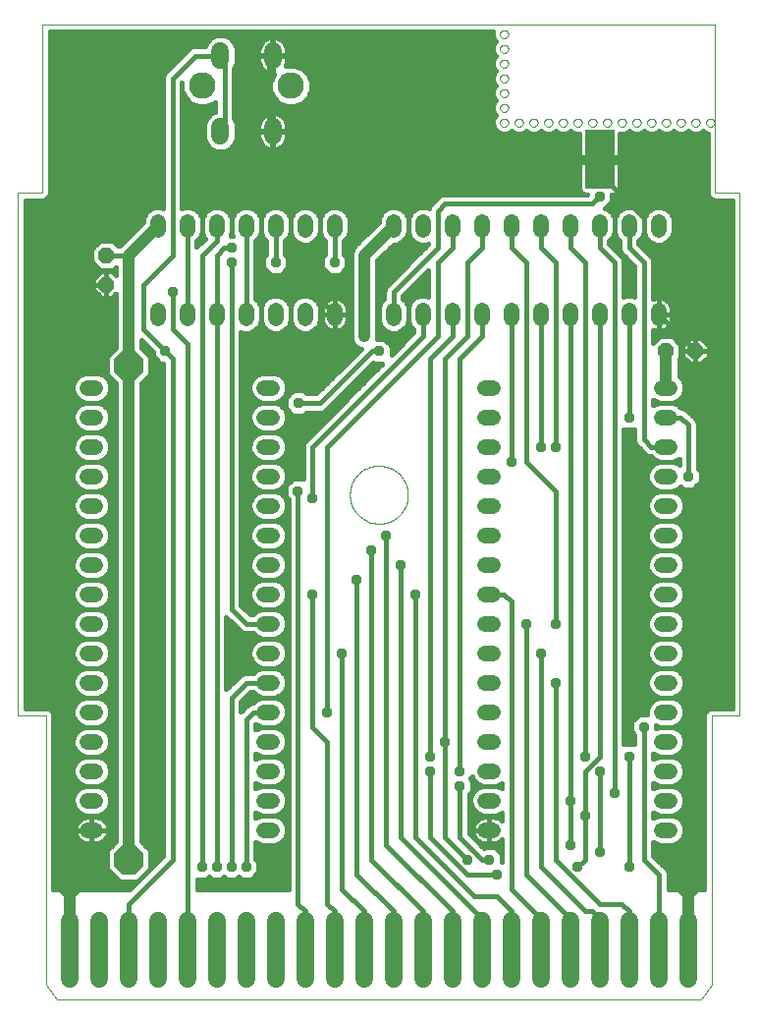
<source format=gbl>
G75*
G70*
%OFA0B0*%
%FSLAX24Y24*%
%IPPOS*%
%LPD*%
%AMOC8*
5,1,8,0,0,1.08239X$1,22.5*
%
%ADD10C,0.0000*%
%ADD11C,0.0600*%
%ADD12C,0.0520*%
%ADD13R,0.1000X0.2000*%
%ADD14OC8,0.0520*%
%ADD15OC8,0.1000*%
%ADD16C,0.0400*%
%ADD17C,0.0160*%
%ADD18OC8,0.0356*%
%ADD19C,0.0900*%
D10*
X002482Y000500D02*
X002128Y001012D01*
X002128Y010146D01*
X001170Y010146D01*
X001170Y027862D01*
X002003Y027862D01*
X002003Y033571D01*
X024837Y033571D01*
X024837Y027862D01*
X025670Y027862D01*
X025670Y010146D01*
X024712Y010146D01*
X024712Y001012D01*
X024358Y000500D01*
X002482Y000500D01*
X012436Y017626D02*
X012438Y017688D01*
X012444Y017751D01*
X012454Y017812D01*
X012468Y017873D01*
X012485Y017933D01*
X012506Y017992D01*
X012532Y018049D01*
X012560Y018104D01*
X012592Y018158D01*
X012628Y018209D01*
X012666Y018259D01*
X012708Y018305D01*
X012752Y018349D01*
X012800Y018390D01*
X012849Y018428D01*
X012901Y018462D01*
X012955Y018493D01*
X013011Y018521D01*
X013069Y018545D01*
X013128Y018566D01*
X013188Y018582D01*
X013249Y018595D01*
X013311Y018604D01*
X013373Y018609D01*
X013436Y018610D01*
X013498Y018607D01*
X013560Y018600D01*
X013622Y018589D01*
X013682Y018574D01*
X013742Y018556D01*
X013800Y018534D01*
X013857Y018508D01*
X013912Y018478D01*
X013965Y018445D01*
X014016Y018409D01*
X014064Y018370D01*
X014110Y018327D01*
X014153Y018282D01*
X014193Y018234D01*
X014230Y018184D01*
X014264Y018131D01*
X014295Y018077D01*
X014321Y018021D01*
X014345Y017963D01*
X014364Y017903D01*
X014380Y017843D01*
X014392Y017781D01*
X014400Y017720D01*
X014404Y017657D01*
X014404Y017595D01*
X014400Y017532D01*
X014392Y017471D01*
X014380Y017409D01*
X014364Y017349D01*
X014345Y017289D01*
X014321Y017231D01*
X014295Y017175D01*
X014264Y017121D01*
X014230Y017068D01*
X014193Y017018D01*
X014153Y016970D01*
X014110Y016925D01*
X014064Y016882D01*
X014016Y016843D01*
X013965Y016807D01*
X013912Y016774D01*
X013857Y016744D01*
X013800Y016718D01*
X013742Y016696D01*
X013682Y016678D01*
X013622Y016663D01*
X013560Y016652D01*
X013498Y016645D01*
X013436Y016642D01*
X013373Y016643D01*
X013311Y016648D01*
X013249Y016657D01*
X013188Y016670D01*
X013128Y016686D01*
X013069Y016707D01*
X013011Y016731D01*
X012955Y016759D01*
X012901Y016790D01*
X012849Y016824D01*
X012800Y016862D01*
X012752Y016903D01*
X012708Y016947D01*
X012666Y016993D01*
X012628Y017043D01*
X012592Y017094D01*
X012560Y017148D01*
X012532Y017203D01*
X012506Y017260D01*
X012485Y017319D01*
X012468Y017379D01*
X012454Y017440D01*
X012444Y017501D01*
X012438Y017564D01*
X012436Y017626D01*
X017532Y030250D02*
X017534Y030273D01*
X017540Y030296D01*
X017550Y030317D01*
X017563Y030337D01*
X017579Y030354D01*
X017598Y030368D01*
X017619Y030378D01*
X017641Y030385D01*
X017664Y030388D01*
X017688Y030387D01*
X017710Y030382D01*
X017732Y030373D01*
X017752Y030361D01*
X017770Y030345D01*
X017784Y030327D01*
X017796Y030307D01*
X017804Y030285D01*
X017808Y030262D01*
X017808Y030238D01*
X017804Y030215D01*
X017796Y030193D01*
X017784Y030173D01*
X017770Y030155D01*
X017752Y030139D01*
X017732Y030127D01*
X017710Y030118D01*
X017688Y030113D01*
X017664Y030112D01*
X017641Y030115D01*
X017619Y030122D01*
X017598Y030132D01*
X017579Y030146D01*
X017563Y030163D01*
X017550Y030183D01*
X017540Y030204D01*
X017534Y030227D01*
X017532Y030250D01*
X017532Y030750D02*
X017534Y030773D01*
X017540Y030796D01*
X017550Y030817D01*
X017563Y030837D01*
X017579Y030854D01*
X017598Y030868D01*
X017619Y030878D01*
X017641Y030885D01*
X017664Y030888D01*
X017688Y030887D01*
X017710Y030882D01*
X017732Y030873D01*
X017752Y030861D01*
X017770Y030845D01*
X017784Y030827D01*
X017796Y030807D01*
X017804Y030785D01*
X017808Y030762D01*
X017808Y030738D01*
X017804Y030715D01*
X017796Y030693D01*
X017784Y030673D01*
X017770Y030655D01*
X017752Y030639D01*
X017732Y030627D01*
X017710Y030618D01*
X017688Y030613D01*
X017664Y030612D01*
X017641Y030615D01*
X017619Y030622D01*
X017598Y030632D01*
X017579Y030646D01*
X017563Y030663D01*
X017550Y030683D01*
X017540Y030704D01*
X017534Y030727D01*
X017532Y030750D01*
X017532Y031250D02*
X017534Y031273D01*
X017540Y031296D01*
X017550Y031317D01*
X017563Y031337D01*
X017579Y031354D01*
X017598Y031368D01*
X017619Y031378D01*
X017641Y031385D01*
X017664Y031388D01*
X017688Y031387D01*
X017710Y031382D01*
X017732Y031373D01*
X017752Y031361D01*
X017770Y031345D01*
X017784Y031327D01*
X017796Y031307D01*
X017804Y031285D01*
X017808Y031262D01*
X017808Y031238D01*
X017804Y031215D01*
X017796Y031193D01*
X017784Y031173D01*
X017770Y031155D01*
X017752Y031139D01*
X017732Y031127D01*
X017710Y031118D01*
X017688Y031113D01*
X017664Y031112D01*
X017641Y031115D01*
X017619Y031122D01*
X017598Y031132D01*
X017579Y031146D01*
X017563Y031163D01*
X017550Y031183D01*
X017540Y031204D01*
X017534Y031227D01*
X017532Y031250D01*
X017532Y031750D02*
X017534Y031773D01*
X017540Y031796D01*
X017550Y031817D01*
X017563Y031837D01*
X017579Y031854D01*
X017598Y031868D01*
X017619Y031878D01*
X017641Y031885D01*
X017664Y031888D01*
X017688Y031887D01*
X017710Y031882D01*
X017732Y031873D01*
X017752Y031861D01*
X017770Y031845D01*
X017784Y031827D01*
X017796Y031807D01*
X017804Y031785D01*
X017808Y031762D01*
X017808Y031738D01*
X017804Y031715D01*
X017796Y031693D01*
X017784Y031673D01*
X017770Y031655D01*
X017752Y031639D01*
X017732Y031627D01*
X017710Y031618D01*
X017688Y031613D01*
X017664Y031612D01*
X017641Y031615D01*
X017619Y031622D01*
X017598Y031632D01*
X017579Y031646D01*
X017563Y031663D01*
X017550Y031683D01*
X017540Y031704D01*
X017534Y031727D01*
X017532Y031750D01*
X017532Y032250D02*
X017534Y032273D01*
X017540Y032296D01*
X017550Y032317D01*
X017563Y032337D01*
X017579Y032354D01*
X017598Y032368D01*
X017619Y032378D01*
X017641Y032385D01*
X017664Y032388D01*
X017688Y032387D01*
X017710Y032382D01*
X017732Y032373D01*
X017752Y032361D01*
X017770Y032345D01*
X017784Y032327D01*
X017796Y032307D01*
X017804Y032285D01*
X017808Y032262D01*
X017808Y032238D01*
X017804Y032215D01*
X017796Y032193D01*
X017784Y032173D01*
X017770Y032155D01*
X017752Y032139D01*
X017732Y032127D01*
X017710Y032118D01*
X017688Y032113D01*
X017664Y032112D01*
X017641Y032115D01*
X017619Y032122D01*
X017598Y032132D01*
X017579Y032146D01*
X017563Y032163D01*
X017550Y032183D01*
X017540Y032204D01*
X017534Y032227D01*
X017532Y032250D01*
X017532Y032750D02*
X017534Y032773D01*
X017540Y032796D01*
X017550Y032817D01*
X017563Y032837D01*
X017579Y032854D01*
X017598Y032868D01*
X017619Y032878D01*
X017641Y032885D01*
X017664Y032888D01*
X017688Y032887D01*
X017710Y032882D01*
X017732Y032873D01*
X017752Y032861D01*
X017770Y032845D01*
X017784Y032827D01*
X017796Y032807D01*
X017804Y032785D01*
X017808Y032762D01*
X017808Y032738D01*
X017804Y032715D01*
X017796Y032693D01*
X017784Y032673D01*
X017770Y032655D01*
X017752Y032639D01*
X017732Y032627D01*
X017710Y032618D01*
X017688Y032613D01*
X017664Y032612D01*
X017641Y032615D01*
X017619Y032622D01*
X017598Y032632D01*
X017579Y032646D01*
X017563Y032663D01*
X017550Y032683D01*
X017540Y032704D01*
X017534Y032727D01*
X017532Y032750D01*
X017532Y033250D02*
X017534Y033273D01*
X017540Y033296D01*
X017550Y033317D01*
X017563Y033337D01*
X017579Y033354D01*
X017598Y033368D01*
X017619Y033378D01*
X017641Y033385D01*
X017664Y033388D01*
X017688Y033387D01*
X017710Y033382D01*
X017732Y033373D01*
X017752Y033361D01*
X017770Y033345D01*
X017784Y033327D01*
X017796Y033307D01*
X017804Y033285D01*
X017808Y033262D01*
X017808Y033238D01*
X017804Y033215D01*
X017796Y033193D01*
X017784Y033173D01*
X017770Y033155D01*
X017752Y033139D01*
X017732Y033127D01*
X017710Y033118D01*
X017688Y033113D01*
X017664Y033112D01*
X017641Y033115D01*
X017619Y033122D01*
X017598Y033132D01*
X017579Y033146D01*
X017563Y033163D01*
X017550Y033183D01*
X017540Y033204D01*
X017534Y033227D01*
X017532Y033250D01*
X018032Y030250D02*
X018034Y030273D01*
X018040Y030296D01*
X018050Y030317D01*
X018063Y030337D01*
X018079Y030354D01*
X018098Y030368D01*
X018119Y030378D01*
X018141Y030385D01*
X018164Y030388D01*
X018188Y030387D01*
X018210Y030382D01*
X018232Y030373D01*
X018252Y030361D01*
X018270Y030345D01*
X018284Y030327D01*
X018296Y030307D01*
X018304Y030285D01*
X018308Y030262D01*
X018308Y030238D01*
X018304Y030215D01*
X018296Y030193D01*
X018284Y030173D01*
X018270Y030155D01*
X018252Y030139D01*
X018232Y030127D01*
X018210Y030118D01*
X018188Y030113D01*
X018164Y030112D01*
X018141Y030115D01*
X018119Y030122D01*
X018098Y030132D01*
X018079Y030146D01*
X018063Y030163D01*
X018050Y030183D01*
X018040Y030204D01*
X018034Y030227D01*
X018032Y030250D01*
X018532Y030250D02*
X018534Y030273D01*
X018540Y030296D01*
X018550Y030317D01*
X018563Y030337D01*
X018579Y030354D01*
X018598Y030368D01*
X018619Y030378D01*
X018641Y030385D01*
X018664Y030388D01*
X018688Y030387D01*
X018710Y030382D01*
X018732Y030373D01*
X018752Y030361D01*
X018770Y030345D01*
X018784Y030327D01*
X018796Y030307D01*
X018804Y030285D01*
X018808Y030262D01*
X018808Y030238D01*
X018804Y030215D01*
X018796Y030193D01*
X018784Y030173D01*
X018770Y030155D01*
X018752Y030139D01*
X018732Y030127D01*
X018710Y030118D01*
X018688Y030113D01*
X018664Y030112D01*
X018641Y030115D01*
X018619Y030122D01*
X018598Y030132D01*
X018579Y030146D01*
X018563Y030163D01*
X018550Y030183D01*
X018540Y030204D01*
X018534Y030227D01*
X018532Y030250D01*
X019032Y030250D02*
X019034Y030273D01*
X019040Y030296D01*
X019050Y030317D01*
X019063Y030337D01*
X019079Y030354D01*
X019098Y030368D01*
X019119Y030378D01*
X019141Y030385D01*
X019164Y030388D01*
X019188Y030387D01*
X019210Y030382D01*
X019232Y030373D01*
X019252Y030361D01*
X019270Y030345D01*
X019284Y030327D01*
X019296Y030307D01*
X019304Y030285D01*
X019308Y030262D01*
X019308Y030238D01*
X019304Y030215D01*
X019296Y030193D01*
X019284Y030173D01*
X019270Y030155D01*
X019252Y030139D01*
X019232Y030127D01*
X019210Y030118D01*
X019188Y030113D01*
X019164Y030112D01*
X019141Y030115D01*
X019119Y030122D01*
X019098Y030132D01*
X019079Y030146D01*
X019063Y030163D01*
X019050Y030183D01*
X019040Y030204D01*
X019034Y030227D01*
X019032Y030250D01*
X019532Y030250D02*
X019534Y030273D01*
X019540Y030296D01*
X019550Y030317D01*
X019563Y030337D01*
X019579Y030354D01*
X019598Y030368D01*
X019619Y030378D01*
X019641Y030385D01*
X019664Y030388D01*
X019688Y030387D01*
X019710Y030382D01*
X019732Y030373D01*
X019752Y030361D01*
X019770Y030345D01*
X019784Y030327D01*
X019796Y030307D01*
X019804Y030285D01*
X019808Y030262D01*
X019808Y030238D01*
X019804Y030215D01*
X019796Y030193D01*
X019784Y030173D01*
X019770Y030155D01*
X019752Y030139D01*
X019732Y030127D01*
X019710Y030118D01*
X019688Y030113D01*
X019664Y030112D01*
X019641Y030115D01*
X019619Y030122D01*
X019598Y030132D01*
X019579Y030146D01*
X019563Y030163D01*
X019550Y030183D01*
X019540Y030204D01*
X019534Y030227D01*
X019532Y030250D01*
X020032Y030250D02*
X020034Y030273D01*
X020040Y030296D01*
X020050Y030317D01*
X020063Y030337D01*
X020079Y030354D01*
X020098Y030368D01*
X020119Y030378D01*
X020141Y030385D01*
X020164Y030388D01*
X020188Y030387D01*
X020210Y030382D01*
X020232Y030373D01*
X020252Y030361D01*
X020270Y030345D01*
X020284Y030327D01*
X020296Y030307D01*
X020304Y030285D01*
X020308Y030262D01*
X020308Y030238D01*
X020304Y030215D01*
X020296Y030193D01*
X020284Y030173D01*
X020270Y030155D01*
X020252Y030139D01*
X020232Y030127D01*
X020210Y030118D01*
X020188Y030113D01*
X020164Y030112D01*
X020141Y030115D01*
X020119Y030122D01*
X020098Y030132D01*
X020079Y030146D01*
X020063Y030163D01*
X020050Y030183D01*
X020040Y030204D01*
X020034Y030227D01*
X020032Y030250D01*
X020532Y030250D02*
X020534Y030273D01*
X020540Y030296D01*
X020550Y030317D01*
X020563Y030337D01*
X020579Y030354D01*
X020598Y030368D01*
X020619Y030378D01*
X020641Y030385D01*
X020664Y030388D01*
X020688Y030387D01*
X020710Y030382D01*
X020732Y030373D01*
X020752Y030361D01*
X020770Y030345D01*
X020784Y030327D01*
X020796Y030307D01*
X020804Y030285D01*
X020808Y030262D01*
X020808Y030238D01*
X020804Y030215D01*
X020796Y030193D01*
X020784Y030173D01*
X020770Y030155D01*
X020752Y030139D01*
X020732Y030127D01*
X020710Y030118D01*
X020688Y030113D01*
X020664Y030112D01*
X020641Y030115D01*
X020619Y030122D01*
X020598Y030132D01*
X020579Y030146D01*
X020563Y030163D01*
X020550Y030183D01*
X020540Y030204D01*
X020534Y030227D01*
X020532Y030250D01*
X021032Y030250D02*
X021034Y030273D01*
X021040Y030296D01*
X021050Y030317D01*
X021063Y030337D01*
X021079Y030354D01*
X021098Y030368D01*
X021119Y030378D01*
X021141Y030385D01*
X021164Y030388D01*
X021188Y030387D01*
X021210Y030382D01*
X021232Y030373D01*
X021252Y030361D01*
X021270Y030345D01*
X021284Y030327D01*
X021296Y030307D01*
X021304Y030285D01*
X021308Y030262D01*
X021308Y030238D01*
X021304Y030215D01*
X021296Y030193D01*
X021284Y030173D01*
X021270Y030155D01*
X021252Y030139D01*
X021232Y030127D01*
X021210Y030118D01*
X021188Y030113D01*
X021164Y030112D01*
X021141Y030115D01*
X021119Y030122D01*
X021098Y030132D01*
X021079Y030146D01*
X021063Y030163D01*
X021050Y030183D01*
X021040Y030204D01*
X021034Y030227D01*
X021032Y030250D01*
X021532Y030250D02*
X021534Y030273D01*
X021540Y030296D01*
X021550Y030317D01*
X021563Y030337D01*
X021579Y030354D01*
X021598Y030368D01*
X021619Y030378D01*
X021641Y030385D01*
X021664Y030388D01*
X021688Y030387D01*
X021710Y030382D01*
X021732Y030373D01*
X021752Y030361D01*
X021770Y030345D01*
X021784Y030327D01*
X021796Y030307D01*
X021804Y030285D01*
X021808Y030262D01*
X021808Y030238D01*
X021804Y030215D01*
X021796Y030193D01*
X021784Y030173D01*
X021770Y030155D01*
X021752Y030139D01*
X021732Y030127D01*
X021710Y030118D01*
X021688Y030113D01*
X021664Y030112D01*
X021641Y030115D01*
X021619Y030122D01*
X021598Y030132D01*
X021579Y030146D01*
X021563Y030163D01*
X021550Y030183D01*
X021540Y030204D01*
X021534Y030227D01*
X021532Y030250D01*
X022032Y030250D02*
X022034Y030273D01*
X022040Y030296D01*
X022050Y030317D01*
X022063Y030337D01*
X022079Y030354D01*
X022098Y030368D01*
X022119Y030378D01*
X022141Y030385D01*
X022164Y030388D01*
X022188Y030387D01*
X022210Y030382D01*
X022232Y030373D01*
X022252Y030361D01*
X022270Y030345D01*
X022284Y030327D01*
X022296Y030307D01*
X022304Y030285D01*
X022308Y030262D01*
X022308Y030238D01*
X022304Y030215D01*
X022296Y030193D01*
X022284Y030173D01*
X022270Y030155D01*
X022252Y030139D01*
X022232Y030127D01*
X022210Y030118D01*
X022188Y030113D01*
X022164Y030112D01*
X022141Y030115D01*
X022119Y030122D01*
X022098Y030132D01*
X022079Y030146D01*
X022063Y030163D01*
X022050Y030183D01*
X022040Y030204D01*
X022034Y030227D01*
X022032Y030250D01*
X022532Y030250D02*
X022534Y030273D01*
X022540Y030296D01*
X022550Y030317D01*
X022563Y030337D01*
X022579Y030354D01*
X022598Y030368D01*
X022619Y030378D01*
X022641Y030385D01*
X022664Y030388D01*
X022688Y030387D01*
X022710Y030382D01*
X022732Y030373D01*
X022752Y030361D01*
X022770Y030345D01*
X022784Y030327D01*
X022796Y030307D01*
X022804Y030285D01*
X022808Y030262D01*
X022808Y030238D01*
X022804Y030215D01*
X022796Y030193D01*
X022784Y030173D01*
X022770Y030155D01*
X022752Y030139D01*
X022732Y030127D01*
X022710Y030118D01*
X022688Y030113D01*
X022664Y030112D01*
X022641Y030115D01*
X022619Y030122D01*
X022598Y030132D01*
X022579Y030146D01*
X022563Y030163D01*
X022550Y030183D01*
X022540Y030204D01*
X022534Y030227D01*
X022532Y030250D01*
X023032Y030250D02*
X023034Y030273D01*
X023040Y030296D01*
X023050Y030317D01*
X023063Y030337D01*
X023079Y030354D01*
X023098Y030368D01*
X023119Y030378D01*
X023141Y030385D01*
X023164Y030388D01*
X023188Y030387D01*
X023210Y030382D01*
X023232Y030373D01*
X023252Y030361D01*
X023270Y030345D01*
X023284Y030327D01*
X023296Y030307D01*
X023304Y030285D01*
X023308Y030262D01*
X023308Y030238D01*
X023304Y030215D01*
X023296Y030193D01*
X023284Y030173D01*
X023270Y030155D01*
X023252Y030139D01*
X023232Y030127D01*
X023210Y030118D01*
X023188Y030113D01*
X023164Y030112D01*
X023141Y030115D01*
X023119Y030122D01*
X023098Y030132D01*
X023079Y030146D01*
X023063Y030163D01*
X023050Y030183D01*
X023040Y030204D01*
X023034Y030227D01*
X023032Y030250D01*
X023532Y030250D02*
X023534Y030273D01*
X023540Y030296D01*
X023550Y030317D01*
X023563Y030337D01*
X023579Y030354D01*
X023598Y030368D01*
X023619Y030378D01*
X023641Y030385D01*
X023664Y030388D01*
X023688Y030387D01*
X023710Y030382D01*
X023732Y030373D01*
X023752Y030361D01*
X023770Y030345D01*
X023784Y030327D01*
X023796Y030307D01*
X023804Y030285D01*
X023808Y030262D01*
X023808Y030238D01*
X023804Y030215D01*
X023796Y030193D01*
X023784Y030173D01*
X023770Y030155D01*
X023752Y030139D01*
X023732Y030127D01*
X023710Y030118D01*
X023688Y030113D01*
X023664Y030112D01*
X023641Y030115D01*
X023619Y030122D01*
X023598Y030132D01*
X023579Y030146D01*
X023563Y030163D01*
X023550Y030183D01*
X023540Y030204D01*
X023534Y030227D01*
X023532Y030250D01*
X024032Y030250D02*
X024034Y030273D01*
X024040Y030296D01*
X024050Y030317D01*
X024063Y030337D01*
X024079Y030354D01*
X024098Y030368D01*
X024119Y030378D01*
X024141Y030385D01*
X024164Y030388D01*
X024188Y030387D01*
X024210Y030382D01*
X024232Y030373D01*
X024252Y030361D01*
X024270Y030345D01*
X024284Y030327D01*
X024296Y030307D01*
X024304Y030285D01*
X024308Y030262D01*
X024308Y030238D01*
X024304Y030215D01*
X024296Y030193D01*
X024284Y030173D01*
X024270Y030155D01*
X024252Y030139D01*
X024232Y030127D01*
X024210Y030118D01*
X024188Y030113D01*
X024164Y030112D01*
X024141Y030115D01*
X024119Y030122D01*
X024098Y030132D01*
X024079Y030146D01*
X024063Y030163D01*
X024050Y030183D01*
X024040Y030204D01*
X024034Y030227D01*
X024032Y030250D01*
X024532Y030250D02*
X024534Y030273D01*
X024540Y030296D01*
X024550Y030317D01*
X024563Y030337D01*
X024579Y030354D01*
X024598Y030368D01*
X024619Y030378D01*
X024641Y030385D01*
X024664Y030388D01*
X024688Y030387D01*
X024710Y030382D01*
X024732Y030373D01*
X024752Y030361D01*
X024770Y030345D01*
X024784Y030327D01*
X024796Y030307D01*
X024804Y030285D01*
X024808Y030262D01*
X024808Y030238D01*
X024804Y030215D01*
X024796Y030193D01*
X024784Y030173D01*
X024770Y030155D01*
X024752Y030139D01*
X024732Y030127D01*
X024710Y030118D01*
X024688Y030113D01*
X024664Y030112D01*
X024641Y030115D01*
X024619Y030122D01*
X024598Y030132D01*
X024579Y030146D01*
X024563Y030163D01*
X024550Y030183D01*
X024540Y030204D01*
X024534Y030227D01*
X024532Y030250D01*
D11*
X009820Y030110D02*
X009820Y029810D01*
X008040Y029810D02*
X008040Y030110D01*
X008040Y032370D02*
X008040Y032670D01*
X009820Y032670D02*
X009820Y032370D01*
X009924Y003172D02*
X009924Y001222D01*
X010924Y001222D02*
X010924Y003172D01*
X011924Y003172D02*
X011924Y001222D01*
X012924Y001222D02*
X012924Y003172D01*
X013924Y003172D02*
X013924Y001222D01*
X014924Y001222D02*
X014924Y003172D01*
X015924Y003172D02*
X015924Y001222D01*
X016924Y001222D02*
X016924Y003172D01*
X017924Y003172D02*
X017924Y001222D01*
X018924Y001222D02*
X018924Y003172D01*
X019924Y003172D02*
X019924Y001222D01*
X020924Y001222D02*
X020924Y003172D01*
X021924Y003172D02*
X021924Y001222D01*
X022924Y001222D02*
X022924Y003172D01*
X023924Y003172D02*
X023924Y001222D01*
X008924Y001222D02*
X008924Y003172D01*
X007924Y003172D02*
X007924Y001222D01*
X006924Y001222D02*
X006924Y003172D01*
X005924Y003172D02*
X005924Y001222D01*
X004924Y001222D02*
X004924Y003172D01*
X003924Y003172D02*
X003924Y001222D01*
X002924Y001222D02*
X002924Y003172D01*
D12*
X003540Y006250D02*
X003800Y006250D01*
X003800Y007250D02*
X003540Y007250D01*
X003540Y008250D02*
X003800Y008250D01*
X003800Y009250D02*
X003540Y009250D01*
X003540Y010250D02*
X003800Y010250D01*
X003800Y011250D02*
X003540Y011250D01*
X003540Y012250D02*
X003800Y012250D01*
X003800Y013250D02*
X003540Y013250D01*
X003540Y014250D02*
X003800Y014250D01*
X003800Y015250D02*
X003540Y015250D01*
X003540Y016250D02*
X003800Y016250D01*
X003800Y017250D02*
X003540Y017250D01*
X003540Y018250D02*
X003800Y018250D01*
X003800Y019250D02*
X003540Y019250D01*
X003540Y020250D02*
X003800Y020250D01*
X003800Y021250D02*
X003540Y021250D01*
X005920Y023620D02*
X005920Y023880D01*
X006920Y023880D02*
X006920Y023620D01*
X007920Y023620D02*
X007920Y023880D01*
X008920Y023880D02*
X008920Y023620D01*
X009920Y023620D02*
X009920Y023880D01*
X010920Y023880D02*
X010920Y023620D01*
X011920Y023620D02*
X011920Y023880D01*
X013920Y023880D02*
X013920Y023620D01*
X014920Y023620D02*
X014920Y023880D01*
X015920Y023880D02*
X015920Y023620D01*
X016920Y023620D02*
X016920Y023880D01*
X017920Y023880D02*
X017920Y023620D01*
X018920Y023620D02*
X018920Y023880D01*
X019920Y023880D02*
X019920Y023620D01*
X020920Y023620D02*
X020920Y023880D01*
X021920Y023880D02*
X021920Y023620D01*
X022920Y023620D02*
X022920Y023880D01*
X023040Y021250D02*
X023300Y021250D01*
X023300Y020250D02*
X023040Y020250D01*
X023040Y019250D02*
X023300Y019250D01*
X023300Y018250D02*
X023040Y018250D01*
X023040Y017250D02*
X023300Y017250D01*
X023300Y016250D02*
X023040Y016250D01*
X023040Y015250D02*
X023300Y015250D01*
X023300Y014250D02*
X023040Y014250D01*
X023040Y013250D02*
X023300Y013250D01*
X023300Y012250D02*
X023040Y012250D01*
X023040Y011250D02*
X023300Y011250D01*
X023300Y010250D02*
X023040Y010250D01*
X023040Y009250D02*
X023300Y009250D01*
X023300Y008250D02*
X023040Y008250D01*
X023040Y007250D02*
X023300Y007250D01*
X023300Y006250D02*
X023040Y006250D01*
X017300Y006250D02*
X017040Y006250D01*
X017040Y007250D02*
X017300Y007250D01*
X017300Y008250D02*
X017040Y008250D01*
X017040Y009250D02*
X017300Y009250D01*
X017300Y010250D02*
X017040Y010250D01*
X017040Y011250D02*
X017300Y011250D01*
X017300Y012250D02*
X017040Y012250D01*
X017040Y013250D02*
X017300Y013250D01*
X017300Y014250D02*
X017040Y014250D01*
X017040Y015250D02*
X017300Y015250D01*
X017300Y016250D02*
X017040Y016250D01*
X017040Y017250D02*
X017300Y017250D01*
X017300Y018250D02*
X017040Y018250D01*
X017040Y019250D02*
X017300Y019250D01*
X017300Y020250D02*
X017040Y020250D01*
X017040Y021250D02*
X017300Y021250D01*
X016920Y026620D02*
X016920Y026880D01*
X015920Y026880D02*
X015920Y026620D01*
X014920Y026620D02*
X014920Y026880D01*
X013920Y026880D02*
X013920Y026620D01*
X011920Y026620D02*
X011920Y026880D01*
X010920Y026880D02*
X010920Y026620D01*
X009920Y026620D02*
X009920Y026880D01*
X008920Y026880D02*
X008920Y026620D01*
X007920Y026620D02*
X007920Y026880D01*
X006920Y026880D02*
X006920Y026620D01*
X005920Y026620D02*
X005920Y026880D01*
X009540Y021250D02*
X009800Y021250D01*
X009800Y020250D02*
X009540Y020250D01*
X009540Y019250D02*
X009800Y019250D01*
X009800Y018250D02*
X009540Y018250D01*
X009540Y017250D02*
X009800Y017250D01*
X009800Y016250D02*
X009540Y016250D01*
X009540Y015250D02*
X009800Y015250D01*
X009800Y014250D02*
X009540Y014250D01*
X009540Y013250D02*
X009800Y013250D01*
X009800Y012250D02*
X009540Y012250D01*
X009540Y011250D02*
X009800Y011250D01*
X009800Y010250D02*
X009540Y010250D01*
X009540Y009250D02*
X009800Y009250D01*
X009800Y008250D02*
X009540Y008250D01*
X009540Y007250D02*
X009800Y007250D01*
X009800Y006250D02*
X009540Y006250D01*
X017920Y026620D02*
X017920Y026880D01*
X018920Y026880D02*
X018920Y026620D01*
X019920Y026620D02*
X019920Y026880D01*
X020920Y026880D02*
X020920Y026620D01*
X021920Y026620D02*
X021920Y026880D01*
X022920Y026880D02*
X022920Y026620D01*
D13*
X020920Y029000D03*
D14*
X023170Y022500D03*
X024170Y022500D03*
X004170Y024750D03*
X004170Y025750D03*
D15*
X004920Y022000D03*
X004920Y005250D03*
X002920Y004500D03*
X023920Y004500D03*
D16*
X023924Y004496D01*
X023924Y002197D01*
X023170Y021250D02*
X023170Y022500D01*
X013920Y026750D02*
X012920Y025750D01*
X012920Y023000D01*
X005920Y026750D02*
X004920Y025750D01*
X004920Y022000D01*
X004920Y005250D01*
X002920Y004500D02*
X002924Y002197D01*
D17*
X002368Y004240D02*
X002368Y010193D01*
X002331Y010282D01*
X002264Y010349D01*
X002175Y010386D01*
X001410Y010386D01*
X001410Y027622D01*
X002050Y027622D01*
X002139Y027659D01*
X002206Y027726D01*
X002243Y027814D01*
X002243Y033331D01*
X017295Y033331D01*
X017292Y033325D01*
X017292Y033175D01*
X017350Y033036D01*
X017386Y033000D01*
X017350Y032964D01*
X017292Y032825D01*
X017292Y032675D01*
X017350Y032536D01*
X017386Y032500D01*
X017350Y032464D01*
X017292Y032325D01*
X017292Y032175D01*
X017350Y032036D01*
X017386Y032000D01*
X017350Y031964D01*
X017292Y031825D01*
X017292Y031675D01*
X017350Y031536D01*
X017386Y031500D01*
X017350Y031464D01*
X017292Y031325D01*
X017292Y031175D01*
X017350Y031036D01*
X017386Y031000D01*
X017350Y030964D01*
X017292Y030825D01*
X017292Y030675D01*
X017350Y030536D01*
X017386Y030500D01*
X017350Y030464D01*
X017292Y030325D01*
X017292Y030175D01*
X017350Y030036D01*
X017456Y029930D01*
X017595Y029872D01*
X017745Y029872D01*
X017884Y029930D01*
X017920Y029966D01*
X017956Y029930D01*
X018095Y029872D01*
X018245Y029872D01*
X018384Y029930D01*
X018420Y029966D01*
X018456Y029930D01*
X018595Y029872D01*
X018745Y029872D01*
X018884Y029930D01*
X018920Y029966D01*
X018956Y029930D01*
X019095Y029872D01*
X019245Y029872D01*
X019384Y029930D01*
X019420Y029966D01*
X019456Y029930D01*
X019595Y029872D01*
X019745Y029872D01*
X019884Y029930D01*
X019920Y029966D01*
X019956Y029930D01*
X020095Y029872D01*
X020240Y029872D01*
X020240Y029080D01*
X020840Y029080D01*
X020840Y028920D01*
X020240Y028920D01*
X020240Y027976D01*
X020252Y027931D01*
X020276Y027889D01*
X020309Y027856D01*
X020351Y027832D01*
X020396Y027820D01*
X020502Y027820D01*
X015606Y027820D01*
X015489Y027771D01*
X015399Y027681D01*
X015149Y027431D01*
X015112Y027342D01*
X015019Y027380D01*
X014821Y027380D01*
X014637Y027304D01*
X014496Y027163D01*
X014420Y026979D01*
X014344Y027163D01*
X014203Y027304D01*
X014019Y027380D01*
X013821Y027380D01*
X013637Y027304D01*
X013496Y027163D01*
X013420Y026979D01*
X013420Y026872D01*
X012671Y026123D01*
X012547Y025999D01*
X012480Y025838D01*
X012480Y022912D01*
X012502Y022860D01*
X012502Y022827D01*
X012525Y022804D01*
X012547Y022751D01*
X012671Y022627D01*
X012724Y022605D01*
X012747Y022582D01*
X012780Y022582D01*
X012808Y022570D01*
X011297Y021060D01*
X010951Y021060D01*
X010853Y021158D01*
X010507Y021158D01*
X010262Y020913D01*
X010262Y020567D01*
X010507Y020322D01*
X010853Y020322D01*
X010951Y020420D01*
X011494Y020420D01*
X011611Y020469D01*
X011701Y020559D01*
X013236Y022093D01*
X013257Y022072D01*
X013539Y022072D01*
X010989Y019521D01*
X010899Y019431D01*
X010850Y019314D01*
X010850Y018161D01*
X010843Y018168D01*
X010497Y018168D01*
X010252Y017923D01*
X010252Y017577D01*
X010350Y017479D01*
X010350Y004240D01*
X007244Y004240D01*
X007243Y004585D01*
X007247Y004582D01*
X007593Y004582D01*
X007670Y004659D01*
X007747Y004582D01*
X008093Y004582D01*
X008170Y004659D01*
X008247Y004582D01*
X008593Y004582D01*
X008670Y004659D01*
X008747Y004582D01*
X009093Y004582D01*
X009338Y004827D01*
X009338Y005173D01*
X009240Y005271D01*
X009240Y005843D01*
X009257Y005826D01*
X009441Y005750D01*
X009899Y005750D01*
X010083Y005826D01*
X010224Y005967D01*
X010300Y006151D01*
X010300Y006349D01*
X010224Y006533D01*
X010083Y006674D01*
X009899Y006750D01*
X010083Y006826D01*
X010224Y006967D01*
X010300Y007151D01*
X010300Y007349D01*
X010224Y007533D01*
X010083Y007674D01*
X009899Y007750D01*
X010083Y007826D01*
X010224Y007967D01*
X010300Y008151D01*
X010300Y008349D01*
X010224Y008533D01*
X010083Y008674D01*
X009899Y008750D01*
X010083Y008826D01*
X010224Y008967D01*
X010300Y009151D01*
X010300Y009349D01*
X010224Y009533D01*
X010083Y009674D01*
X009899Y009750D01*
X010083Y009826D01*
X010224Y009967D01*
X010300Y010151D01*
X010300Y010349D01*
X010224Y010533D01*
X010083Y010674D01*
X009899Y010750D01*
X010083Y010826D01*
X010224Y010967D01*
X010300Y011151D01*
X010300Y011349D01*
X010224Y011533D01*
X010083Y011674D01*
X009899Y011750D01*
X010083Y011826D01*
X010224Y011967D01*
X010300Y012151D01*
X010300Y012349D01*
X010224Y012533D01*
X010083Y012674D01*
X009899Y012750D01*
X009441Y012750D01*
X009257Y012674D01*
X009116Y012533D01*
X009040Y012349D01*
X009040Y012151D01*
X009116Y011967D01*
X009257Y011826D01*
X009441Y011750D01*
X009899Y011750D01*
X009441Y011750D01*
X009257Y011674D01*
X009153Y011570D01*
X008856Y011570D01*
X008739Y011521D01*
X008649Y011431D01*
X008240Y011023D01*
X008240Y013477D01*
X008649Y013069D01*
X008739Y012979D01*
X008856Y012930D01*
X009153Y012930D01*
X009257Y012826D01*
X009441Y012750D01*
X009899Y012750D01*
X010083Y012826D01*
X010224Y012967D01*
X010300Y013151D01*
X010300Y013349D01*
X010224Y013533D01*
X010083Y013674D01*
X009899Y013750D01*
X010083Y013826D01*
X010224Y013967D01*
X010300Y014151D01*
X010300Y014349D01*
X010224Y014533D01*
X010083Y014674D01*
X009899Y014750D01*
X010083Y014826D01*
X010224Y014967D01*
X010300Y015151D01*
X010300Y015349D01*
X010224Y015533D01*
X010083Y015674D01*
X009899Y015750D01*
X010083Y015826D01*
X010224Y015967D01*
X010300Y016151D01*
X010300Y016349D01*
X010224Y016533D01*
X010083Y016674D01*
X009899Y016750D01*
X010083Y016826D01*
X010224Y016967D01*
X010300Y017151D01*
X010300Y017349D01*
X010224Y017533D01*
X010083Y017674D01*
X009899Y017750D01*
X010083Y017826D01*
X010224Y017967D01*
X010300Y018151D01*
X010300Y018349D01*
X010224Y018533D01*
X010083Y018674D01*
X009899Y018750D01*
X010083Y018826D01*
X010224Y018967D01*
X010300Y019151D01*
X010300Y019349D01*
X010224Y019533D01*
X010083Y019674D01*
X009899Y019750D01*
X010083Y019826D01*
X010224Y019967D01*
X010300Y020151D01*
X010300Y020349D01*
X010224Y020533D01*
X010083Y020674D01*
X009899Y020750D01*
X010083Y020826D01*
X010224Y020967D01*
X010300Y021151D01*
X010300Y021349D01*
X010224Y021533D01*
X010083Y021674D01*
X009899Y021750D01*
X009441Y021750D01*
X009257Y021674D01*
X009116Y021533D01*
X009040Y021349D01*
X009040Y021151D01*
X009116Y020967D01*
X009257Y020826D01*
X009441Y020750D01*
X009899Y020750D01*
X009441Y020750D01*
X009257Y020674D01*
X009116Y020533D01*
X009040Y020349D01*
X009040Y020151D01*
X009116Y019967D01*
X009257Y019826D01*
X009441Y019750D01*
X009899Y019750D01*
X009441Y019750D01*
X009257Y019674D01*
X009116Y019533D01*
X009040Y019349D01*
X009040Y019151D01*
X009116Y018967D01*
X009257Y018826D01*
X009441Y018750D01*
X009899Y018750D01*
X009441Y018750D01*
X009257Y018674D01*
X009116Y018533D01*
X009040Y018349D01*
X009040Y018151D01*
X009116Y017967D01*
X009257Y017826D01*
X009441Y017750D01*
X009899Y017750D01*
X009441Y017750D01*
X009257Y017674D01*
X009116Y017533D01*
X009040Y017349D01*
X009040Y017151D01*
X009116Y016967D01*
X009257Y016826D01*
X009441Y016750D01*
X009899Y016750D01*
X009441Y016750D01*
X009257Y016674D01*
X009116Y016533D01*
X009040Y016349D01*
X009040Y016151D01*
X009116Y015967D01*
X009257Y015826D01*
X009441Y015750D01*
X009899Y015750D01*
X009441Y015750D01*
X009257Y015674D01*
X009116Y015533D01*
X009040Y015349D01*
X009040Y015151D01*
X009116Y014967D01*
X009257Y014826D01*
X009441Y014750D01*
X009899Y014750D01*
X009441Y014750D01*
X009257Y014674D01*
X009116Y014533D01*
X009040Y014349D01*
X009040Y014151D01*
X009116Y013967D01*
X009257Y013826D01*
X009441Y013750D01*
X009899Y013750D01*
X009441Y013750D01*
X009257Y013674D01*
X009153Y013570D01*
X009053Y013570D01*
X008740Y013883D01*
X008740Y023153D01*
X008821Y023120D01*
X009019Y023120D01*
X009203Y023196D01*
X009344Y023337D01*
X009420Y023521D01*
X009496Y023337D01*
X009637Y023196D01*
X009821Y023120D01*
X010019Y023120D01*
X010203Y023196D01*
X010344Y023337D01*
X010420Y023521D01*
X010496Y023337D01*
X010637Y023196D01*
X010821Y023120D01*
X011019Y023120D01*
X011203Y023196D01*
X011344Y023337D01*
X011420Y023521D01*
X011420Y023979D01*
X011344Y024163D01*
X011203Y024304D01*
X011019Y024380D01*
X010821Y024380D01*
X010637Y024304D01*
X010496Y024163D01*
X010420Y023979D01*
X010420Y023521D01*
X010420Y023979D01*
X010344Y024163D01*
X010203Y024304D01*
X010019Y024380D01*
X009821Y024380D01*
X009637Y024304D01*
X009496Y024163D01*
X009420Y023979D01*
X009420Y023521D01*
X009420Y023979D01*
X009344Y024163D01*
X009240Y024267D01*
X009240Y026233D01*
X009344Y026337D01*
X009420Y026521D01*
X009496Y026337D01*
X009600Y026233D01*
X009600Y025771D01*
X009502Y025673D01*
X009502Y025327D01*
X009747Y025082D01*
X010093Y025082D01*
X010338Y025327D01*
X010338Y025673D01*
X010240Y025771D01*
X010240Y026233D01*
X010344Y026337D01*
X010420Y026521D01*
X010420Y026979D01*
X010344Y027163D01*
X010203Y027304D01*
X010019Y027380D01*
X009821Y027380D01*
X009637Y027304D01*
X009496Y027163D01*
X009420Y026979D01*
X009420Y026521D01*
X009420Y026979D01*
X009344Y027163D01*
X009203Y027304D01*
X009019Y027380D01*
X008821Y027380D01*
X008637Y027304D01*
X008496Y027163D01*
X008420Y026979D01*
X008344Y027163D01*
X008203Y027304D01*
X008019Y027380D01*
X007821Y027380D01*
X007637Y027304D01*
X007496Y027163D01*
X007420Y026979D01*
X007344Y027163D01*
X007203Y027304D01*
X007019Y027380D01*
X006821Y027380D01*
X006740Y027347D01*
X006740Y031617D01*
X006740Y031617D01*
X006740Y031353D01*
X006845Y031099D01*
X007039Y030905D01*
X007293Y030800D01*
X007567Y030800D01*
X007821Y030905D01*
X007860Y030944D01*
X007860Y030620D01*
X007734Y030568D01*
X007582Y030416D01*
X007500Y030217D01*
X007500Y029703D01*
X007582Y029504D01*
X007734Y029352D01*
X007933Y029270D01*
X008147Y029270D01*
X008346Y029352D01*
X008498Y029504D01*
X008580Y029703D01*
X008580Y030217D01*
X008500Y030411D01*
X008500Y032069D01*
X008580Y032263D01*
X008580Y032777D01*
X008498Y032976D01*
X008346Y033128D01*
X008147Y033210D01*
X007933Y033210D01*
X007734Y033128D01*
X007582Y032976D01*
X007526Y032840D01*
X007126Y032840D01*
X007009Y032791D01*
X006919Y032701D01*
X006239Y032021D01*
X006149Y031931D01*
X006100Y031814D01*
X006100Y027347D01*
X006019Y027380D01*
X005821Y027380D01*
X005637Y027304D01*
X005496Y027163D01*
X005420Y026979D01*
X005420Y026872D01*
X004618Y026070D01*
X004557Y026070D01*
X004377Y026250D01*
X003963Y026250D01*
X003670Y025957D01*
X003670Y025543D01*
X003963Y025250D01*
X004377Y025250D01*
X004480Y025353D01*
X004480Y025062D01*
X004352Y025190D01*
X004170Y025190D01*
X004170Y024750D01*
X004170Y024750D01*
X004170Y024310D01*
X004352Y024310D01*
X004480Y024438D01*
X004480Y022607D01*
X004180Y022307D01*
X004180Y021693D01*
X004480Y021393D01*
X004480Y005857D01*
X004180Y005557D01*
X004180Y004943D01*
X004613Y004510D01*
X005227Y004510D01*
X005660Y004943D01*
X005660Y005557D01*
X005360Y005857D01*
X005360Y021393D01*
X005660Y021693D01*
X005660Y022307D01*
X005360Y022607D01*
X005360Y022857D01*
X005752Y022466D01*
X005752Y022327D01*
X005997Y022082D01*
X006100Y022082D01*
X006100Y005383D01*
X004957Y004240D01*
X002368Y004240D01*
X002368Y004294D02*
X005011Y004294D01*
X005170Y004453D02*
X002368Y004453D01*
X002368Y004611D02*
X004512Y004611D01*
X004354Y004770D02*
X002368Y004770D01*
X002368Y004928D02*
X004195Y004928D01*
X004180Y005087D02*
X002368Y005087D01*
X002368Y005245D02*
X004180Y005245D01*
X004180Y005404D02*
X002368Y005404D01*
X002368Y005562D02*
X004185Y005562D01*
X004344Y005721D02*
X002368Y005721D01*
X002368Y005879D02*
X003302Y005879D01*
X003309Y005874D02*
X003371Y005842D01*
X003437Y005821D01*
X003505Y005810D01*
X003670Y005810D01*
X003835Y005810D01*
X003903Y005821D01*
X003969Y005842D01*
X004031Y005874D01*
X004087Y005914D01*
X004136Y005963D01*
X004176Y006019D01*
X004208Y006081D01*
X004229Y006147D01*
X004240Y006215D01*
X004240Y006250D01*
X004240Y006285D01*
X004229Y006353D01*
X004208Y006419D01*
X004176Y006481D01*
X004136Y006537D01*
X004087Y006586D01*
X004031Y006626D01*
X003969Y006658D01*
X003903Y006679D01*
X003835Y006690D01*
X003670Y006690D01*
X003670Y006250D01*
X003670Y006250D01*
X004240Y006250D01*
X003670Y006250D01*
X003670Y006250D01*
X003670Y005810D01*
X003670Y006250D01*
X003670Y006250D01*
X003670Y006250D01*
X003100Y006250D01*
X003100Y006285D01*
X003111Y006353D01*
X003132Y006419D01*
X003164Y006481D01*
X003204Y006537D01*
X003253Y006586D01*
X003309Y006626D01*
X003371Y006658D01*
X003437Y006679D01*
X003505Y006690D01*
X003670Y006690D01*
X003670Y006250D01*
X003100Y006250D01*
X003100Y006215D01*
X003111Y006147D01*
X003132Y006081D01*
X003164Y006019D01*
X003204Y005963D01*
X003253Y005914D01*
X003309Y005874D01*
X003154Y006038D02*
X002368Y006038D01*
X002368Y006196D02*
X003103Y006196D01*
X003111Y006355D02*
X002368Y006355D01*
X002368Y006513D02*
X003187Y006513D01*
X003413Y006672D02*
X002368Y006672D01*
X002368Y006830D02*
X003253Y006830D01*
X003257Y006826D02*
X003441Y006750D01*
X003899Y006750D01*
X004083Y006826D01*
X004224Y006967D01*
X004300Y007151D01*
X004300Y007349D01*
X004224Y007533D01*
X004083Y007674D01*
X003899Y007750D01*
X004083Y007826D01*
X004224Y007967D01*
X004300Y008151D01*
X004300Y008349D01*
X004224Y008533D01*
X004083Y008674D01*
X003899Y008750D01*
X004083Y008826D01*
X004224Y008967D01*
X004300Y009151D01*
X004300Y009349D01*
X004224Y009533D01*
X004083Y009674D01*
X003899Y009750D01*
X004083Y009826D01*
X004224Y009967D01*
X004300Y010151D01*
X004300Y010349D01*
X004224Y010533D01*
X004083Y010674D01*
X003899Y010750D01*
X004083Y010826D01*
X004224Y010967D01*
X004300Y011151D01*
X004300Y011349D01*
X004224Y011533D01*
X004083Y011674D01*
X003899Y011750D01*
X004083Y011826D01*
X004224Y011967D01*
X004300Y012151D01*
X004300Y012349D01*
X004224Y012533D01*
X004083Y012674D01*
X003899Y012750D01*
X004083Y012826D01*
X004224Y012967D01*
X004300Y013151D01*
X004300Y013349D01*
X004224Y013533D01*
X004083Y013674D01*
X003899Y013750D01*
X004083Y013826D01*
X004224Y013967D01*
X004300Y014151D01*
X004300Y014349D01*
X004224Y014533D01*
X004083Y014674D01*
X003899Y014750D01*
X004083Y014826D01*
X004224Y014967D01*
X004300Y015151D01*
X004300Y015349D01*
X004224Y015533D01*
X004083Y015674D01*
X003899Y015750D01*
X004083Y015826D01*
X004224Y015967D01*
X004300Y016151D01*
X004300Y016349D01*
X004224Y016533D01*
X004083Y016674D01*
X003899Y016750D01*
X004083Y016826D01*
X004224Y016967D01*
X004300Y017151D01*
X004300Y017349D01*
X004224Y017533D01*
X004083Y017674D01*
X003899Y017750D01*
X004083Y017826D01*
X004224Y017967D01*
X004300Y018151D01*
X004300Y018349D01*
X004224Y018533D01*
X004083Y018674D01*
X003899Y018750D01*
X004083Y018826D01*
X004224Y018967D01*
X004300Y019151D01*
X004300Y019349D01*
X004224Y019533D01*
X004083Y019674D01*
X003899Y019750D01*
X004083Y019826D01*
X004224Y019967D01*
X004300Y020151D01*
X004300Y020349D01*
X004224Y020533D01*
X004083Y020674D01*
X003899Y020750D01*
X004083Y020826D01*
X004224Y020967D01*
X004300Y021151D01*
X004300Y021349D01*
X004224Y021533D01*
X004083Y021674D01*
X003899Y021750D01*
X003441Y021750D01*
X003257Y021674D01*
X003116Y021533D01*
X003040Y021349D01*
X003040Y021151D01*
X003116Y020967D01*
X003257Y020826D01*
X003441Y020750D01*
X003899Y020750D01*
X003441Y020750D01*
X003257Y020674D01*
X003116Y020533D01*
X003040Y020349D01*
X003040Y020151D01*
X003116Y019967D01*
X003257Y019826D01*
X003441Y019750D01*
X003899Y019750D01*
X003441Y019750D01*
X003257Y019674D01*
X003116Y019533D01*
X003040Y019349D01*
X003040Y019151D01*
X003116Y018967D01*
X003257Y018826D01*
X003441Y018750D01*
X003899Y018750D01*
X003441Y018750D01*
X003257Y018674D01*
X003116Y018533D01*
X003040Y018349D01*
X003040Y018151D01*
X003116Y017967D01*
X003257Y017826D01*
X003441Y017750D01*
X003899Y017750D01*
X003441Y017750D01*
X003257Y017674D01*
X003116Y017533D01*
X003040Y017349D01*
X003040Y017151D01*
X003116Y016967D01*
X003257Y016826D01*
X003441Y016750D01*
X003899Y016750D01*
X003441Y016750D01*
X003257Y016674D01*
X003116Y016533D01*
X003040Y016349D01*
X003040Y016151D01*
X003116Y015967D01*
X003257Y015826D01*
X003441Y015750D01*
X003899Y015750D01*
X003441Y015750D01*
X003257Y015674D01*
X003116Y015533D01*
X003040Y015349D01*
X003040Y015151D01*
X003116Y014967D01*
X003257Y014826D01*
X003441Y014750D01*
X003899Y014750D01*
X003441Y014750D01*
X003257Y014674D01*
X003116Y014533D01*
X003040Y014349D01*
X003040Y014151D01*
X003116Y013967D01*
X003257Y013826D01*
X003441Y013750D01*
X003899Y013750D01*
X003441Y013750D01*
X003257Y013674D01*
X003116Y013533D01*
X003040Y013349D01*
X003040Y013151D01*
X003116Y012967D01*
X003257Y012826D01*
X003441Y012750D01*
X003899Y012750D01*
X003441Y012750D01*
X003257Y012674D01*
X003116Y012533D01*
X003040Y012349D01*
X003040Y012151D01*
X003116Y011967D01*
X003257Y011826D01*
X003441Y011750D01*
X003899Y011750D01*
X003441Y011750D01*
X003257Y011674D01*
X003116Y011533D01*
X003040Y011349D01*
X003040Y011151D01*
X003116Y010967D01*
X003257Y010826D01*
X003441Y010750D01*
X003899Y010750D01*
X003441Y010750D01*
X003257Y010674D01*
X003116Y010533D01*
X003040Y010349D01*
X003040Y010151D01*
X003116Y009967D01*
X003257Y009826D01*
X003441Y009750D01*
X003899Y009750D01*
X003441Y009750D01*
X003257Y009674D01*
X003116Y009533D01*
X003040Y009349D01*
X003040Y009151D01*
X003116Y008967D01*
X003257Y008826D01*
X003441Y008750D01*
X003899Y008750D01*
X003441Y008750D01*
X003257Y008674D01*
X003116Y008533D01*
X003040Y008349D01*
X003040Y008151D01*
X003116Y007967D01*
X003257Y007826D01*
X003441Y007750D01*
X003899Y007750D01*
X003441Y007750D01*
X003257Y007674D01*
X003116Y007533D01*
X003040Y007349D01*
X003040Y007151D01*
X003116Y006967D01*
X003257Y006826D01*
X003107Y006989D02*
X002368Y006989D01*
X002368Y007147D02*
X003041Y007147D01*
X003040Y007306D02*
X002368Y007306D01*
X002368Y007464D02*
X003087Y007464D01*
X003205Y007623D02*
X002368Y007623D01*
X002368Y007781D02*
X003366Y007781D01*
X003143Y007940D02*
X002368Y007940D01*
X002368Y008098D02*
X003062Y008098D01*
X003040Y008257D02*
X002368Y008257D01*
X002368Y008415D02*
X003067Y008415D01*
X003156Y008574D02*
X002368Y008574D01*
X002368Y008732D02*
X003397Y008732D01*
X003192Y008891D02*
X002368Y008891D01*
X002368Y009049D02*
X003082Y009049D01*
X003040Y009208D02*
X002368Y009208D01*
X002368Y009366D02*
X003047Y009366D01*
X003113Y009525D02*
X002368Y009525D01*
X002368Y009683D02*
X003279Y009683D01*
X003241Y009842D02*
X002368Y009842D01*
X002368Y010000D02*
X003102Y010000D01*
X003040Y010159D02*
X002368Y010159D01*
X002296Y010317D02*
X003040Y010317D01*
X003092Y010476D02*
X001410Y010476D01*
X001410Y010634D02*
X003217Y010634D01*
X003338Y010793D02*
X001410Y010793D01*
X001410Y010951D02*
X003132Y010951D01*
X003057Y011110D02*
X001410Y011110D01*
X001410Y011268D02*
X003040Y011268D01*
X003072Y011427D02*
X001410Y011427D01*
X001410Y011585D02*
X003168Y011585D01*
X003425Y011744D02*
X001410Y011744D01*
X001410Y011902D02*
X003181Y011902D01*
X003077Y012061D02*
X001410Y012061D01*
X001410Y012219D02*
X003040Y012219D01*
X003052Y012378D02*
X001410Y012378D01*
X001410Y012536D02*
X003119Y012536D01*
X003307Y012695D02*
X001410Y012695D01*
X001410Y012853D02*
X003230Y012853D01*
X003098Y013012D02*
X001410Y013012D01*
X001410Y013170D02*
X003040Y013170D01*
X003040Y013329D02*
X001410Y013329D01*
X001410Y013487D02*
X003097Y013487D01*
X003228Y013646D02*
X001410Y013646D01*
X001410Y013804D02*
X003310Y013804D01*
X003120Y013963D02*
X001410Y013963D01*
X001410Y014121D02*
X003052Y014121D01*
X003040Y014280D02*
X001410Y014280D01*
X001410Y014438D02*
X003077Y014438D01*
X003179Y014597D02*
X001410Y014597D01*
X001410Y014755D02*
X003428Y014755D01*
X003169Y014914D02*
X001410Y014914D01*
X001410Y015072D02*
X003073Y015072D01*
X003040Y015231D02*
X001410Y015231D01*
X001410Y015389D02*
X003056Y015389D01*
X003130Y015548D02*
X001410Y015548D01*
X001410Y015706D02*
X003334Y015706D01*
X003218Y015865D02*
X001410Y015865D01*
X001410Y016023D02*
X003093Y016023D01*
X003040Y016182D02*
X001410Y016182D01*
X001410Y016340D02*
X003040Y016340D01*
X003102Y016499D02*
X001410Y016499D01*
X001410Y016657D02*
X003240Y016657D01*
X003282Y016816D02*
X001410Y016816D01*
X001410Y016974D02*
X003113Y016974D01*
X003047Y017133D02*
X001410Y017133D01*
X001410Y017291D02*
X003040Y017291D01*
X003081Y017450D02*
X001410Y017450D01*
X001410Y017608D02*
X003191Y017608D01*
X003401Y017767D02*
X001410Y017767D01*
X001410Y017925D02*
X003158Y017925D01*
X003068Y018084D02*
X001410Y018084D01*
X001410Y018242D02*
X003040Y018242D01*
X003061Y018401D02*
X001410Y018401D01*
X001410Y018559D02*
X003142Y018559D01*
X003362Y018718D02*
X001410Y018718D01*
X001410Y018876D02*
X003207Y018876D01*
X003088Y019035D02*
X001410Y019035D01*
X001410Y019193D02*
X003040Y019193D01*
X003041Y019352D02*
X001410Y019352D01*
X001410Y019510D02*
X003107Y019510D01*
X003251Y019669D02*
X001410Y019669D01*
X001410Y019827D02*
X003256Y019827D01*
X003108Y019986D02*
X001410Y019986D01*
X001410Y020144D02*
X003043Y020144D01*
X003040Y020303D02*
X001410Y020303D01*
X001410Y020461D02*
X003086Y020461D01*
X003202Y020620D02*
X001410Y020620D01*
X001410Y020778D02*
X003373Y020778D01*
X003146Y020937D02*
X001410Y020937D01*
X001410Y021095D02*
X003063Y021095D01*
X003040Y021254D02*
X001410Y021254D01*
X001410Y021412D02*
X003066Y021412D01*
X003153Y021571D02*
X001410Y021571D01*
X001410Y021729D02*
X003390Y021729D01*
X003950Y021729D02*
X004180Y021729D01*
X004180Y021888D02*
X001410Y021888D01*
X001410Y022046D02*
X004180Y022046D01*
X004180Y022205D02*
X001410Y022205D01*
X001410Y022363D02*
X004237Y022363D01*
X004395Y022522D02*
X001410Y022522D01*
X001410Y022680D02*
X004480Y022680D01*
X004480Y022839D02*
X001410Y022839D01*
X001410Y022997D02*
X004480Y022997D01*
X004480Y023156D02*
X001410Y023156D01*
X001410Y023314D02*
X004480Y023314D01*
X004480Y023473D02*
X001410Y023473D01*
X001410Y023631D02*
X004480Y023631D01*
X004480Y023790D02*
X001410Y023790D01*
X001410Y023948D02*
X004480Y023948D01*
X004480Y024107D02*
X001410Y024107D01*
X001410Y024265D02*
X004480Y024265D01*
X004466Y024424D02*
X004480Y024424D01*
X004170Y024424D02*
X004170Y024424D01*
X004170Y024310D02*
X004170Y024750D01*
X004170Y024750D01*
X004170Y024750D01*
X003730Y024750D01*
X003730Y024932D01*
X003988Y025190D01*
X004170Y025190D01*
X004170Y024750D01*
X003730Y024750D01*
X003730Y024568D01*
X003988Y024310D01*
X004170Y024310D01*
X004170Y024582D02*
X004170Y024582D01*
X004170Y024741D02*
X004170Y024741D01*
X004170Y024899D02*
X004170Y024899D01*
X004170Y025058D02*
X004170Y025058D01*
X003855Y025058D02*
X001410Y025058D01*
X001410Y025216D02*
X004480Y025216D01*
X004170Y025750D02*
X004920Y025750D01*
X004715Y026167D02*
X004460Y026167D01*
X004873Y026326D02*
X001410Y026326D01*
X001410Y026484D02*
X005032Y026484D01*
X005190Y026643D02*
X001410Y026643D01*
X001410Y026801D02*
X005349Y026801D01*
X005420Y026960D02*
X001410Y026960D01*
X001410Y027118D02*
X005477Y027118D01*
X005609Y027277D02*
X001410Y027277D01*
X001410Y027435D02*
X006100Y027435D01*
X006100Y027594D02*
X001410Y027594D01*
X002217Y027752D02*
X006100Y027752D01*
X006100Y027911D02*
X002243Y027911D01*
X002243Y028069D02*
X006100Y028069D01*
X006100Y028228D02*
X002243Y028228D01*
X002243Y028386D02*
X006100Y028386D01*
X006100Y028545D02*
X002243Y028545D01*
X002243Y028703D02*
X006100Y028703D01*
X006100Y028862D02*
X002243Y028862D01*
X002243Y029020D02*
X006100Y029020D01*
X006100Y029179D02*
X002243Y029179D01*
X002243Y029337D02*
X006100Y029337D01*
X006100Y029496D02*
X002243Y029496D01*
X002243Y029654D02*
X006100Y029654D01*
X006100Y029813D02*
X002243Y029813D01*
X002243Y029971D02*
X006100Y029971D01*
X006100Y030130D02*
X002243Y030130D01*
X002243Y030288D02*
X006100Y030288D01*
X006100Y030447D02*
X002243Y030447D01*
X002243Y030605D02*
X006100Y030605D01*
X006100Y030764D02*
X002243Y030764D01*
X002243Y030922D02*
X006100Y030922D01*
X006100Y031081D02*
X002243Y031081D01*
X002243Y031239D02*
X006100Y031239D01*
X006100Y031398D02*
X002243Y031398D01*
X002243Y031556D02*
X006100Y031556D01*
X006100Y031715D02*
X002243Y031715D01*
X002243Y031873D02*
X006125Y031873D01*
X006249Y032032D02*
X002243Y032032D01*
X002243Y032190D02*
X006408Y032190D01*
X006566Y032349D02*
X002243Y032349D01*
X002243Y032507D02*
X006725Y032507D01*
X006883Y032666D02*
X002243Y032666D01*
X002243Y032824D02*
X007088Y032824D01*
X007190Y032520D02*
X008040Y032520D01*
X008180Y032380D01*
X008180Y029990D01*
X008150Y029960D01*
X008040Y029960D01*
X008309Y029337D02*
X009738Y029337D01*
X009708Y029342D02*
X009782Y029330D01*
X009800Y029330D01*
X009800Y029940D01*
X009840Y029940D01*
X009840Y029980D01*
X010300Y029980D01*
X010300Y030148D01*
X010288Y030222D01*
X010265Y030294D01*
X010231Y030362D01*
X010186Y030423D01*
X010133Y030476D01*
X010072Y030521D01*
X010004Y030555D01*
X009932Y030578D01*
X009858Y030590D01*
X009840Y030590D01*
X009840Y029980D01*
X009800Y029980D01*
X009800Y030590D01*
X009782Y030590D01*
X009708Y030578D01*
X009636Y030555D01*
X009568Y030521D01*
X009507Y030476D01*
X009454Y030423D01*
X009409Y030362D01*
X009375Y030294D01*
X009352Y030222D01*
X009340Y030148D01*
X009340Y029980D01*
X009800Y029980D01*
X009800Y029940D01*
X009340Y029940D01*
X009340Y029772D01*
X009352Y029698D01*
X009375Y029626D01*
X009409Y029558D01*
X009454Y029497D01*
X009507Y029444D01*
X009568Y029399D01*
X009636Y029365D01*
X009708Y029342D01*
X009800Y029337D02*
X009840Y029337D01*
X009840Y029330D02*
X009858Y029330D01*
X009932Y029342D01*
X010004Y029365D01*
X010072Y029399D01*
X010133Y029444D01*
X010186Y029497D01*
X010231Y029558D01*
X010265Y029626D01*
X010288Y029698D01*
X010300Y029772D01*
X010300Y029940D01*
X009840Y029940D01*
X009840Y029330D01*
X009902Y029337D02*
X020240Y029337D01*
X020240Y029179D02*
X006740Y029179D01*
X006740Y029337D02*
X007771Y029337D01*
X007591Y029496D02*
X006740Y029496D01*
X006740Y029654D02*
X007520Y029654D01*
X007500Y029813D02*
X006740Y029813D01*
X006740Y029971D02*
X007500Y029971D01*
X007500Y030130D02*
X006740Y030130D01*
X006740Y030288D02*
X007529Y030288D01*
X007613Y030447D02*
X006740Y030447D01*
X006740Y030605D02*
X007824Y030605D01*
X007860Y030764D02*
X006740Y030764D01*
X006740Y030922D02*
X007022Y030922D01*
X006864Y031081D02*
X006740Y031081D01*
X006740Y031239D02*
X006787Y031239D01*
X006740Y031398D02*
X006740Y031398D01*
X006740Y031556D02*
X006740Y031556D01*
X006420Y031750D02*
X006420Y025750D01*
X005420Y024750D01*
X005420Y023250D01*
X006170Y022500D01*
X006420Y022250D01*
X006420Y005250D01*
X004920Y003750D01*
X004924Y002197D01*
X005328Y004611D02*
X005328Y004611D01*
X005486Y004770D02*
X005487Y004770D01*
X005645Y004928D02*
X005645Y004928D01*
X005660Y005087D02*
X005804Y005087D01*
X005660Y005245D02*
X005962Y005245D01*
X006100Y005404D02*
X005660Y005404D01*
X005655Y005562D02*
X006100Y005562D01*
X006100Y005721D02*
X005496Y005721D01*
X005360Y005879D02*
X006100Y005879D01*
X006100Y006038D02*
X005360Y006038D01*
X005360Y006196D02*
X006100Y006196D01*
X006100Y006355D02*
X005360Y006355D01*
X005360Y006513D02*
X006100Y006513D01*
X006100Y006672D02*
X005360Y006672D01*
X005360Y006830D02*
X006100Y006830D01*
X006100Y006989D02*
X005360Y006989D01*
X005360Y007147D02*
X006100Y007147D01*
X006100Y007306D02*
X005360Y007306D01*
X005360Y007464D02*
X006100Y007464D01*
X006100Y007623D02*
X005360Y007623D01*
X005360Y007781D02*
X006100Y007781D01*
X006100Y007940D02*
X005360Y007940D01*
X005360Y008098D02*
X006100Y008098D01*
X006100Y008257D02*
X005360Y008257D01*
X005360Y008415D02*
X006100Y008415D01*
X006100Y008574D02*
X005360Y008574D01*
X005360Y008732D02*
X006100Y008732D01*
X006100Y008891D02*
X005360Y008891D01*
X005360Y009049D02*
X006100Y009049D01*
X006100Y009208D02*
X005360Y009208D01*
X005360Y009366D02*
X006100Y009366D01*
X006100Y009525D02*
X005360Y009525D01*
X005360Y009683D02*
X006100Y009683D01*
X006100Y009842D02*
X005360Y009842D01*
X005360Y010000D02*
X006100Y010000D01*
X006100Y010159D02*
X005360Y010159D01*
X005360Y010317D02*
X006100Y010317D01*
X006100Y010476D02*
X005360Y010476D01*
X005360Y010634D02*
X006100Y010634D01*
X006100Y010793D02*
X005360Y010793D01*
X005360Y010951D02*
X006100Y010951D01*
X006100Y011110D02*
X005360Y011110D01*
X005360Y011268D02*
X006100Y011268D01*
X006100Y011427D02*
X005360Y011427D01*
X005360Y011585D02*
X006100Y011585D01*
X006100Y011744D02*
X005360Y011744D01*
X005360Y011902D02*
X006100Y011902D01*
X006100Y012061D02*
X005360Y012061D01*
X005360Y012219D02*
X006100Y012219D01*
X006100Y012378D02*
X005360Y012378D01*
X005360Y012536D02*
X006100Y012536D01*
X006100Y012695D02*
X005360Y012695D01*
X005360Y012853D02*
X006100Y012853D01*
X006100Y013012D02*
X005360Y013012D01*
X005360Y013170D02*
X006100Y013170D01*
X006100Y013329D02*
X005360Y013329D01*
X005360Y013487D02*
X006100Y013487D01*
X006100Y013646D02*
X005360Y013646D01*
X005360Y013804D02*
X006100Y013804D01*
X006100Y013963D02*
X005360Y013963D01*
X005360Y014121D02*
X006100Y014121D01*
X006100Y014280D02*
X005360Y014280D01*
X005360Y014438D02*
X006100Y014438D01*
X006100Y014597D02*
X005360Y014597D01*
X005360Y014755D02*
X006100Y014755D01*
X006100Y014914D02*
X005360Y014914D01*
X005360Y015072D02*
X006100Y015072D01*
X006100Y015231D02*
X005360Y015231D01*
X005360Y015389D02*
X006100Y015389D01*
X006100Y015548D02*
X005360Y015548D01*
X005360Y015706D02*
X006100Y015706D01*
X006100Y015865D02*
X005360Y015865D01*
X005360Y016023D02*
X006100Y016023D01*
X006100Y016182D02*
X005360Y016182D01*
X005360Y016340D02*
X006100Y016340D01*
X006100Y016499D02*
X005360Y016499D01*
X005360Y016657D02*
X006100Y016657D01*
X006100Y016816D02*
X005360Y016816D01*
X005360Y016974D02*
X006100Y016974D01*
X006100Y017133D02*
X005360Y017133D01*
X005360Y017291D02*
X006100Y017291D01*
X006100Y017450D02*
X005360Y017450D01*
X005360Y017608D02*
X006100Y017608D01*
X006100Y017767D02*
X005360Y017767D01*
X005360Y017925D02*
X006100Y017925D01*
X006100Y018084D02*
X005360Y018084D01*
X005360Y018242D02*
X006100Y018242D01*
X006100Y018401D02*
X005360Y018401D01*
X005360Y018559D02*
X006100Y018559D01*
X006100Y018718D02*
X005360Y018718D01*
X005360Y018876D02*
X006100Y018876D01*
X006100Y019035D02*
X005360Y019035D01*
X005360Y019193D02*
X006100Y019193D01*
X006100Y019352D02*
X005360Y019352D01*
X005360Y019510D02*
X006100Y019510D01*
X006100Y019669D02*
X005360Y019669D01*
X005360Y019827D02*
X006100Y019827D01*
X006100Y019986D02*
X005360Y019986D01*
X005360Y020144D02*
X006100Y020144D01*
X006100Y020303D02*
X005360Y020303D01*
X005360Y020461D02*
X006100Y020461D01*
X006100Y020620D02*
X005360Y020620D01*
X005360Y020778D02*
X006100Y020778D01*
X006100Y020937D02*
X005360Y020937D01*
X005360Y021095D02*
X006100Y021095D01*
X006100Y021254D02*
X005360Y021254D01*
X005379Y021412D02*
X006100Y021412D01*
X006100Y021571D02*
X005537Y021571D01*
X005660Y021729D02*
X006100Y021729D01*
X006100Y021888D02*
X005660Y021888D01*
X005660Y022046D02*
X006100Y022046D01*
X005874Y022205D02*
X005660Y022205D01*
X005603Y022363D02*
X005752Y022363D01*
X005696Y022522D02*
X005445Y022522D01*
X005360Y022680D02*
X005537Y022680D01*
X005379Y022839D02*
X005360Y022839D01*
X006420Y023250D02*
X006420Y024500D01*
X006920Y023750D02*
X006920Y026750D01*
X007420Y026521D02*
X007344Y026337D01*
X007240Y026233D01*
X007240Y026023D01*
X007525Y026308D01*
X007496Y026337D01*
X007420Y026521D01*
X007420Y026979D01*
X007420Y026521D01*
X007405Y026484D02*
X007435Y026484D01*
X007420Y026643D02*
X007420Y026643D01*
X007420Y026801D02*
X007420Y026801D01*
X007420Y026960D02*
X007420Y026960D01*
X007363Y027118D02*
X007477Y027118D01*
X007609Y027277D02*
X007231Y027277D01*
X006740Y027435D02*
X015152Y027435D01*
X015311Y027594D02*
X006740Y027594D01*
X006740Y027752D02*
X015469Y027752D01*
X015670Y027500D02*
X015420Y027250D01*
X015420Y026000D01*
X013920Y024500D01*
X013920Y023750D01*
X013420Y023790D02*
X013360Y023790D01*
X013360Y023948D02*
X013420Y023948D01*
X013420Y023979D02*
X013420Y023521D01*
X013496Y023337D01*
X013637Y023196D01*
X013821Y023120D01*
X014019Y023120D01*
X014203Y023196D01*
X014344Y023337D01*
X014420Y023521D01*
X014496Y023337D01*
X014600Y023233D01*
X014600Y023133D01*
X013848Y022381D01*
X013848Y022663D01*
X013603Y022908D01*
X013358Y022908D01*
X013360Y022912D01*
X013360Y025568D01*
X013912Y026120D01*
X014019Y026120D01*
X014203Y026196D01*
X014344Y026337D01*
X014420Y026521D01*
X014420Y026979D01*
X014420Y026521D01*
X014496Y026337D01*
X014637Y026196D01*
X014821Y026120D01*
X015019Y026120D01*
X015100Y026153D01*
X015100Y026133D01*
X013649Y024681D01*
X013600Y024564D01*
X013600Y024267D01*
X013496Y024163D01*
X013420Y023979D01*
X013473Y024107D02*
X013360Y024107D01*
X013360Y024265D02*
X013598Y024265D01*
X013600Y024424D02*
X013360Y024424D01*
X013360Y024582D02*
X013608Y024582D01*
X013708Y024741D02*
X013360Y024741D01*
X013360Y024899D02*
X013866Y024899D01*
X014025Y025058D02*
X013360Y025058D01*
X013360Y025216D02*
X014183Y025216D01*
X014342Y025375D02*
X013360Y025375D01*
X013360Y025533D02*
X014500Y025533D01*
X014659Y025692D02*
X013484Y025692D01*
X013642Y025850D02*
X014817Y025850D01*
X014976Y026009D02*
X013801Y026009D01*
X014133Y026167D02*
X014707Y026167D01*
X014507Y026326D02*
X014333Y026326D01*
X014405Y026484D02*
X014435Y026484D01*
X014420Y026643D02*
X014420Y026643D01*
X014420Y026801D02*
X014420Y026801D01*
X014420Y026960D02*
X014420Y026960D01*
X014363Y027118D02*
X014477Y027118D01*
X014609Y027277D02*
X014231Y027277D01*
X013609Y027277D02*
X012231Y027277D01*
X012203Y027304D02*
X012019Y027380D01*
X011821Y027380D01*
X011637Y027304D01*
X011496Y027163D01*
X011420Y026979D01*
X011420Y026521D01*
X011496Y026337D01*
X011600Y026233D01*
X011600Y025771D01*
X011502Y025673D01*
X011502Y025327D01*
X011747Y025082D01*
X012093Y025082D01*
X012338Y025327D01*
X012338Y025673D01*
X012240Y025771D01*
X012240Y026233D01*
X012344Y026337D01*
X012420Y026521D01*
X012420Y026979D01*
X012344Y027163D01*
X012203Y027304D01*
X012363Y027118D02*
X013477Y027118D01*
X013420Y026960D02*
X012420Y026960D01*
X012420Y026801D02*
X013349Y026801D01*
X013190Y026643D02*
X012420Y026643D01*
X012405Y026484D02*
X013032Y026484D01*
X012873Y026326D02*
X012333Y026326D01*
X012240Y026167D02*
X012715Y026167D01*
X012556Y026009D02*
X012240Y026009D01*
X012240Y025850D02*
X012485Y025850D01*
X012480Y025692D02*
X012320Y025692D01*
X012338Y025533D02*
X012480Y025533D01*
X012480Y025375D02*
X012338Y025375D01*
X012227Y025216D02*
X012480Y025216D01*
X012480Y025058D02*
X009240Y025058D01*
X009240Y025216D02*
X009613Y025216D01*
X009502Y025375D02*
X009240Y025375D01*
X009240Y025533D02*
X009502Y025533D01*
X009520Y025692D02*
X009240Y025692D01*
X009240Y025850D02*
X009600Y025850D01*
X009600Y026009D02*
X009240Y026009D01*
X009240Y026167D02*
X009600Y026167D01*
X009507Y026326D02*
X009333Y026326D01*
X009405Y026484D02*
X009435Y026484D01*
X009420Y026643D02*
X009420Y026643D01*
X009420Y026801D02*
X009420Y026801D01*
X009420Y026960D02*
X009420Y026960D01*
X009363Y027118D02*
X009477Y027118D01*
X009609Y027277D02*
X009231Y027277D01*
X008920Y026750D02*
X008920Y023750D01*
X009242Y024265D02*
X009598Y024265D01*
X009473Y024107D02*
X009367Y024107D01*
X009420Y023948D02*
X009420Y023948D01*
X009420Y023790D02*
X009420Y023790D01*
X009420Y023631D02*
X009420Y023631D01*
X009400Y023473D02*
X009440Y023473D01*
X009519Y023314D02*
X009321Y023314D01*
X009105Y023156D02*
X009735Y023156D01*
X010105Y023156D02*
X010735Y023156D01*
X010519Y023314D02*
X010321Y023314D01*
X010400Y023473D02*
X010440Y023473D01*
X010420Y023631D02*
X010420Y023631D01*
X010420Y023790D02*
X010420Y023790D01*
X010420Y023948D02*
X010420Y023948D01*
X010367Y024107D02*
X010473Y024107D01*
X010598Y024265D02*
X010242Y024265D01*
X010227Y025216D02*
X011613Y025216D01*
X011502Y025375D02*
X010338Y025375D01*
X010338Y025533D02*
X011502Y025533D01*
X011520Y025692D02*
X010320Y025692D01*
X010240Y025850D02*
X011600Y025850D01*
X011600Y026009D02*
X010240Y026009D01*
X010240Y026167D02*
X010707Y026167D01*
X010637Y026196D02*
X010821Y026120D01*
X011019Y026120D01*
X011203Y026196D01*
X011344Y026337D01*
X011420Y026521D01*
X011420Y026979D01*
X011344Y027163D01*
X011203Y027304D01*
X011019Y027380D01*
X010821Y027380D01*
X010637Y027304D01*
X010496Y027163D01*
X010420Y026979D01*
X010420Y026521D01*
X010496Y026337D01*
X010637Y026196D01*
X010507Y026326D02*
X010333Y026326D01*
X010405Y026484D02*
X010435Y026484D01*
X010420Y026643D02*
X010420Y026643D01*
X010420Y026801D02*
X010420Y026801D01*
X010420Y026960D02*
X010420Y026960D01*
X010363Y027118D02*
X010477Y027118D01*
X010609Y027277D02*
X010231Y027277D01*
X009920Y026750D02*
X009920Y025500D01*
X009240Y024899D02*
X012480Y024899D01*
X012480Y024741D02*
X009240Y024741D01*
X009240Y024582D02*
X012480Y024582D01*
X012480Y024424D02*
X009240Y024424D01*
X008420Y025500D02*
X008420Y013750D01*
X008920Y013250D01*
X009670Y013250D01*
X010110Y012853D02*
X010350Y012853D01*
X010350Y012695D02*
X010033Y012695D01*
X010221Y012536D02*
X010350Y012536D01*
X010350Y012378D02*
X010288Y012378D01*
X010300Y012219D02*
X010350Y012219D01*
X010350Y012061D02*
X010263Y012061D01*
X010350Y011902D02*
X010159Y011902D01*
X010350Y011744D02*
X009915Y011744D01*
X010172Y011585D02*
X010350Y011585D01*
X010350Y011427D02*
X010268Y011427D01*
X010300Y011268D02*
X010350Y011268D01*
X010350Y011110D02*
X010283Y011110D01*
X010350Y010951D02*
X010208Y010951D01*
X010350Y010793D02*
X010002Y010793D01*
X009899Y010750D02*
X009441Y010750D01*
X009257Y010826D01*
X009153Y010930D01*
X009053Y010930D01*
X008740Y010617D01*
X008740Y010273D01*
X008899Y010431D01*
X008989Y010521D01*
X009106Y010570D01*
X009153Y010570D01*
X009257Y010674D01*
X009441Y010750D01*
X009899Y010750D01*
X010123Y010634D02*
X010350Y010634D01*
X010350Y010476D02*
X010248Y010476D01*
X010300Y010317D02*
X010350Y010317D01*
X010350Y010159D02*
X010300Y010159D01*
X010350Y010000D02*
X010238Y010000D01*
X010350Y009842D02*
X010099Y009842D01*
X010061Y009683D02*
X010350Y009683D01*
X010350Y009525D02*
X010227Y009525D01*
X010293Y009366D02*
X010350Y009366D01*
X010350Y009208D02*
X010300Y009208D01*
X010258Y009049D02*
X010350Y009049D01*
X010350Y008891D02*
X010148Y008891D01*
X010350Y008732D02*
X009943Y008732D01*
X009899Y008750D02*
X009441Y008750D01*
X009257Y008826D01*
X009240Y008843D01*
X009240Y008657D01*
X009257Y008674D01*
X009441Y008750D01*
X009899Y008750D01*
X010184Y008574D02*
X010350Y008574D01*
X010350Y008415D02*
X010273Y008415D01*
X010300Y008257D02*
X010350Y008257D01*
X010350Y008098D02*
X010278Y008098D01*
X010350Y007940D02*
X010197Y007940D01*
X010350Y007781D02*
X009974Y007781D01*
X009899Y007750D02*
X009441Y007750D01*
X009257Y007826D01*
X009240Y007843D01*
X009240Y007657D01*
X009257Y007674D01*
X009441Y007750D01*
X009899Y007750D01*
X010135Y007623D02*
X010350Y007623D01*
X010350Y007464D02*
X010253Y007464D01*
X010300Y007306D02*
X010350Y007306D01*
X010350Y007147D02*
X010299Y007147D01*
X010350Y006989D02*
X010233Y006989D01*
X010350Y006830D02*
X010087Y006830D01*
X010086Y006672D02*
X010350Y006672D01*
X010350Y006513D02*
X010232Y006513D01*
X010298Y006355D02*
X010350Y006355D01*
X010350Y006196D02*
X010300Y006196D01*
X010253Y006038D02*
X010350Y006038D01*
X010350Y005879D02*
X010136Y005879D01*
X010350Y005721D02*
X009240Y005721D01*
X009240Y005562D02*
X010350Y005562D01*
X010350Y005404D02*
X009240Y005404D01*
X009266Y005245D02*
X010350Y005245D01*
X010350Y005087D02*
X009338Y005087D01*
X009338Y004928D02*
X010350Y004928D01*
X010350Y004770D02*
X009281Y004770D01*
X009122Y004611D02*
X010350Y004611D01*
X010350Y004453D02*
X007243Y004453D01*
X007244Y004294D02*
X010350Y004294D01*
X010670Y003750D02*
X010920Y003500D01*
X010924Y002197D01*
X011920Y002201D02*
X011920Y003500D01*
X011670Y003750D01*
X011670Y009250D01*
X011170Y009750D01*
X011170Y014250D01*
X010350Y014280D02*
X010300Y014280D01*
X010288Y014121D02*
X010350Y014121D01*
X010350Y013963D02*
X010220Y013963D01*
X010350Y013804D02*
X010030Y013804D01*
X010112Y013646D02*
X010350Y013646D01*
X010350Y013487D02*
X010243Y013487D01*
X010300Y013329D02*
X010350Y013329D01*
X010350Y013170D02*
X010300Y013170D01*
X010350Y013012D02*
X010242Y013012D01*
X009307Y012695D02*
X008240Y012695D01*
X008240Y012853D02*
X009230Y012853D01*
X009119Y012536D02*
X008240Y012536D01*
X008240Y012378D02*
X009052Y012378D01*
X009040Y012219D02*
X008240Y012219D01*
X008240Y012061D02*
X009077Y012061D01*
X009181Y011902D02*
X008240Y011902D01*
X008240Y011744D02*
X009425Y011744D01*
X009168Y011585D02*
X008240Y011585D01*
X008240Y011427D02*
X008644Y011427D01*
X008485Y011268D02*
X008240Y011268D01*
X008240Y011110D02*
X008327Y011110D01*
X008420Y010750D02*
X008920Y011250D01*
X009670Y011250D01*
X009338Y010793D02*
X008915Y010793D01*
X008757Y010634D02*
X009217Y010634D01*
X008943Y010476D02*
X008740Y010476D01*
X008740Y010317D02*
X008784Y010317D01*
X008920Y010000D02*
X009170Y010250D01*
X009670Y010250D01*
X009441Y009750D02*
X009899Y009750D01*
X009441Y009750D01*
X009257Y009826D01*
X009240Y009843D01*
X009240Y009657D01*
X009257Y009674D01*
X009441Y009750D01*
X009279Y009683D02*
X009240Y009683D01*
X009240Y009842D02*
X009241Y009842D01*
X008920Y010000D02*
X008920Y005000D01*
X008718Y004611D02*
X008622Y004611D01*
X008218Y004611D02*
X008122Y004611D01*
X007718Y004611D02*
X007622Y004611D01*
X007420Y005000D02*
X007420Y025750D01*
X007920Y026250D01*
X007920Y026750D01*
X007507Y026326D02*
X007333Y026326D01*
X007384Y026167D02*
X007240Y026167D01*
X007920Y025750D02*
X007920Y023750D01*
X007920Y005000D01*
X008420Y005000D02*
X008420Y010750D01*
X009240Y008732D02*
X009397Y008732D01*
X009366Y007781D02*
X009240Y007781D01*
X009240Y006843D02*
X009257Y006826D01*
X009441Y006750D01*
X009899Y006750D01*
X009441Y006750D01*
X009257Y006674D01*
X009240Y006657D01*
X009240Y006843D01*
X009240Y006830D02*
X009253Y006830D01*
X009240Y006672D02*
X009254Y006672D01*
X010670Y003750D02*
X010670Y017750D01*
X010252Y017767D02*
X009939Y017767D01*
X010149Y017608D02*
X010252Y017608D01*
X010259Y017450D02*
X010350Y017450D01*
X010350Y017291D02*
X010300Y017291D01*
X010293Y017133D02*
X010350Y017133D01*
X010350Y016974D02*
X010227Y016974D01*
X010350Y016816D02*
X010058Y016816D01*
X010100Y016657D02*
X010350Y016657D01*
X010350Y016499D02*
X010238Y016499D01*
X010300Y016340D02*
X010350Y016340D01*
X010350Y016182D02*
X010300Y016182D01*
X010350Y016023D02*
X010247Y016023D01*
X010350Y015865D02*
X010122Y015865D01*
X010006Y015706D02*
X010350Y015706D01*
X010350Y015548D02*
X010210Y015548D01*
X010284Y015389D02*
X010350Y015389D01*
X010350Y015231D02*
X010300Y015231D01*
X010267Y015072D02*
X010350Y015072D01*
X010350Y014914D02*
X010171Y014914D01*
X010350Y014755D02*
X009912Y014755D01*
X010161Y014597D02*
X010350Y014597D01*
X010350Y014438D02*
X010263Y014438D01*
X009428Y014755D02*
X008740Y014755D01*
X008740Y014597D02*
X009179Y014597D01*
X009077Y014438D02*
X008740Y014438D01*
X008740Y014280D02*
X009040Y014280D01*
X009052Y014121D02*
X008740Y014121D01*
X008740Y013963D02*
X009120Y013963D01*
X009310Y013804D02*
X008819Y013804D01*
X008977Y013646D02*
X009228Y013646D01*
X008706Y013012D02*
X008240Y013012D01*
X008240Y013170D02*
X008547Y013170D01*
X008389Y013329D02*
X008240Y013329D01*
X008740Y014914D02*
X009169Y014914D01*
X009073Y015072D02*
X008740Y015072D01*
X008740Y015231D02*
X009040Y015231D01*
X009056Y015389D02*
X008740Y015389D01*
X008740Y015548D02*
X009130Y015548D01*
X009334Y015706D02*
X008740Y015706D01*
X008740Y015865D02*
X009218Y015865D01*
X009093Y016023D02*
X008740Y016023D01*
X008740Y016182D02*
X009040Y016182D01*
X009040Y016340D02*
X008740Y016340D01*
X008740Y016499D02*
X009102Y016499D01*
X009240Y016657D02*
X008740Y016657D01*
X008740Y016816D02*
X009282Y016816D01*
X009113Y016974D02*
X008740Y016974D01*
X008740Y017133D02*
X009047Y017133D01*
X009040Y017291D02*
X008740Y017291D01*
X008740Y017450D02*
X009081Y017450D01*
X009191Y017608D02*
X008740Y017608D01*
X008740Y017767D02*
X009401Y017767D01*
X009158Y017925D02*
X008740Y017925D01*
X008740Y018084D02*
X009068Y018084D01*
X009040Y018242D02*
X008740Y018242D01*
X008740Y018401D02*
X009061Y018401D01*
X009142Y018559D02*
X008740Y018559D01*
X008740Y018718D02*
X009362Y018718D01*
X009207Y018876D02*
X008740Y018876D01*
X008740Y019035D02*
X009088Y019035D01*
X009040Y019193D02*
X008740Y019193D01*
X008740Y019352D02*
X009041Y019352D01*
X009107Y019510D02*
X008740Y019510D01*
X008740Y019669D02*
X009251Y019669D01*
X009256Y019827D02*
X008740Y019827D01*
X008740Y019986D02*
X009108Y019986D01*
X009043Y020144D02*
X008740Y020144D01*
X008740Y020303D02*
X009040Y020303D01*
X009086Y020461D02*
X008740Y020461D01*
X008740Y020620D02*
X009202Y020620D01*
X009373Y020778D02*
X008740Y020778D01*
X008740Y020937D02*
X009146Y020937D01*
X009063Y021095D02*
X008740Y021095D01*
X008740Y021254D02*
X009040Y021254D01*
X009066Y021412D02*
X008740Y021412D01*
X008740Y021571D02*
X009153Y021571D01*
X009390Y021729D02*
X008740Y021729D01*
X008740Y021888D02*
X012125Y021888D01*
X012283Y022046D02*
X008740Y022046D01*
X008740Y022205D02*
X012442Y022205D01*
X012600Y022363D02*
X008740Y022363D01*
X008740Y022522D02*
X012759Y022522D01*
X012618Y022680D02*
X008740Y022680D01*
X008740Y022839D02*
X012502Y022839D01*
X012480Y022997D02*
X008740Y022997D01*
X009950Y021729D02*
X011966Y021729D01*
X011808Y021571D02*
X010187Y021571D01*
X010274Y021412D02*
X011649Y021412D01*
X011491Y021254D02*
X010300Y021254D01*
X010277Y021095D02*
X010444Y021095D01*
X010285Y020937D02*
X010194Y020937D01*
X010262Y020778D02*
X009967Y020778D01*
X010138Y020620D02*
X010262Y020620D01*
X010254Y020461D02*
X010368Y020461D01*
X010300Y020303D02*
X011770Y020303D01*
X011928Y020461D02*
X011593Y020461D01*
X011762Y020620D02*
X012087Y020620D01*
X012245Y020778D02*
X011921Y020778D01*
X012079Y020937D02*
X012404Y020937D01*
X012562Y021095D02*
X012238Y021095D01*
X012396Y021254D02*
X012721Y021254D01*
X012879Y021412D02*
X012555Y021412D01*
X012713Y021571D02*
X013038Y021571D01*
X013196Y021729D02*
X012872Y021729D01*
X013030Y021888D02*
X013355Y021888D01*
X013513Y022046D02*
X013189Y022046D01*
X013180Y022490D02*
X011430Y020740D01*
X010680Y020740D01*
X010916Y021095D02*
X011332Y021095D01*
X011611Y020144D02*
X010297Y020144D01*
X010232Y019986D02*
X011453Y019986D01*
X011294Y019827D02*
X010084Y019827D01*
X010089Y019669D02*
X011136Y019669D01*
X010977Y019510D02*
X010233Y019510D01*
X010299Y019352D02*
X010866Y019352D01*
X010850Y019193D02*
X010300Y019193D01*
X010252Y019035D02*
X010850Y019035D01*
X010850Y018876D02*
X010133Y018876D01*
X009978Y018718D02*
X010850Y018718D01*
X010850Y018559D02*
X010198Y018559D01*
X010279Y018401D02*
X010850Y018401D01*
X010850Y018242D02*
X010300Y018242D01*
X010272Y018084D02*
X010412Y018084D01*
X010254Y017925D02*
X010182Y017925D01*
X011170Y017500D02*
X011170Y019250D01*
X014920Y023000D01*
X014920Y023750D01*
X014496Y024163D02*
X014637Y024304D01*
X014821Y024380D01*
X015019Y024380D01*
X015100Y024347D01*
X015100Y025227D01*
X014240Y024367D01*
X014240Y024267D01*
X014344Y024163D01*
X014420Y023979D01*
X014420Y023521D01*
X014420Y023979D01*
X014496Y024163D01*
X014473Y024107D02*
X014367Y024107D01*
X014420Y023948D02*
X014420Y023948D01*
X014420Y023790D02*
X014420Y023790D01*
X014420Y023631D02*
X014420Y023631D01*
X014400Y023473D02*
X014440Y023473D01*
X014519Y023314D02*
X014321Y023314D01*
X014105Y023156D02*
X014600Y023156D01*
X014464Y022997D02*
X013360Y022997D01*
X013360Y023156D02*
X013735Y023156D01*
X013519Y023314D02*
X013360Y023314D01*
X013360Y023473D02*
X013440Y023473D01*
X013420Y023631D02*
X013360Y023631D01*
X013673Y022839D02*
X014306Y022839D01*
X014147Y022680D02*
X013831Y022680D01*
X013848Y022522D02*
X013989Y022522D01*
X013430Y022490D02*
X013180Y022490D01*
X012480Y023156D02*
X011105Y023156D01*
X011321Y023314D02*
X011604Y023314D01*
X011584Y023333D02*
X011633Y023284D01*
X011689Y023244D01*
X011751Y023212D01*
X011817Y023191D01*
X011885Y023180D01*
X011920Y023180D01*
X011955Y023180D01*
X012023Y023191D01*
X012089Y023212D01*
X012151Y023244D01*
X012207Y023284D01*
X012256Y023333D01*
X012296Y023389D01*
X012328Y023451D01*
X012349Y023517D01*
X012360Y023585D01*
X012360Y023750D01*
X012360Y023915D01*
X012349Y023983D01*
X012328Y024049D01*
X012296Y024111D01*
X012256Y024167D01*
X012207Y024216D01*
X012151Y024256D01*
X012089Y024288D01*
X012023Y024309D01*
X011955Y024320D01*
X011920Y024320D01*
X011920Y023750D01*
X011420Y024250D01*
X011420Y031750D01*
X010650Y032520D01*
X009820Y032520D01*
X009680Y032380D01*
X009680Y029990D01*
X009710Y029960D01*
X009820Y029960D01*
X009840Y029971D02*
X017415Y029971D01*
X017311Y030130D02*
X010300Y030130D01*
X010267Y030288D02*
X017292Y030288D01*
X017342Y030447D02*
X010162Y030447D01*
X010293Y030800D02*
X010039Y030905D01*
X009845Y031099D01*
X009740Y031353D01*
X009740Y031627D01*
X009845Y031881D01*
X009854Y031890D01*
X009840Y031890D01*
X009840Y032500D01*
X009840Y032540D01*
X010300Y032540D01*
X010300Y032708D01*
X010288Y032782D01*
X010265Y032854D01*
X010231Y032922D01*
X010186Y032983D01*
X010133Y033036D01*
X010072Y033081D01*
X010004Y033115D01*
X009932Y033138D01*
X009858Y033150D01*
X009840Y033150D01*
X009840Y032540D01*
X009800Y032540D01*
X009800Y033150D01*
X009782Y033150D01*
X009708Y033138D01*
X009636Y033115D01*
X009568Y033081D01*
X009507Y033036D01*
X009454Y032983D01*
X009409Y032922D01*
X009375Y032854D01*
X009352Y032782D01*
X009340Y032708D01*
X009340Y032540D01*
X009800Y032540D01*
X009800Y032500D01*
X009840Y032500D01*
X010300Y032500D01*
X010300Y032332D01*
X010288Y032258D01*
X010265Y032186D01*
X010254Y032164D01*
X010293Y032180D01*
X010567Y032180D01*
X010821Y032075D01*
X011015Y031881D01*
X011120Y031627D01*
X011120Y031353D01*
X011015Y031099D01*
X010821Y030905D01*
X010567Y030800D01*
X010293Y030800D01*
X010022Y030922D02*
X008500Y030922D01*
X008500Y030764D02*
X017292Y030764D01*
X017321Y030605D02*
X008500Y030605D01*
X008500Y030447D02*
X009478Y030447D01*
X009373Y030288D02*
X008551Y030288D01*
X008580Y030130D02*
X009340Y030130D01*
X009340Y029813D02*
X008580Y029813D01*
X008580Y029971D02*
X009800Y029971D01*
X009800Y029813D02*
X009840Y029813D01*
X009840Y029654D02*
X009800Y029654D01*
X009800Y029496D02*
X009840Y029496D01*
X009456Y029496D02*
X008489Y029496D01*
X008560Y029654D02*
X009366Y029654D01*
X009800Y030130D02*
X009840Y030130D01*
X009840Y030288D02*
X009800Y030288D01*
X009800Y030447D02*
X009840Y030447D01*
X009864Y031081D02*
X008500Y031081D01*
X008500Y031239D02*
X009787Y031239D01*
X009740Y031398D02*
X008500Y031398D01*
X008500Y031556D02*
X009740Y031556D01*
X009776Y031715D02*
X008500Y031715D01*
X008500Y031873D02*
X009842Y031873D01*
X009800Y031890D02*
X009800Y032500D01*
X009340Y032500D01*
X009340Y032332D01*
X009352Y032258D01*
X009375Y032186D01*
X009409Y032118D01*
X009454Y032057D01*
X009507Y032004D01*
X009568Y031959D01*
X009636Y031925D01*
X009708Y031902D01*
X009782Y031890D01*
X009800Y031890D01*
X009800Y032032D02*
X009840Y032032D01*
X009840Y032190D02*
X009800Y032190D01*
X009800Y032349D02*
X009840Y032349D01*
X009840Y032507D02*
X017379Y032507D01*
X017302Y032349D02*
X010300Y032349D01*
X010266Y032190D02*
X017292Y032190D01*
X017354Y032032D02*
X010864Y032032D01*
X011018Y031873D02*
X017312Y031873D01*
X017292Y031715D02*
X011084Y031715D01*
X011120Y031556D02*
X017341Y031556D01*
X017322Y031398D02*
X011120Y031398D01*
X011073Y031239D02*
X017292Y031239D01*
X017331Y031081D02*
X010996Y031081D01*
X010838Y030922D02*
X017332Y030922D01*
X017296Y032666D02*
X010300Y032666D01*
X010275Y032824D02*
X017292Y032824D01*
X017368Y032983D02*
X010186Y032983D01*
X009914Y033141D02*
X017306Y033141D01*
X017292Y033300D02*
X002243Y033300D01*
X002243Y033141D02*
X007766Y033141D01*
X007589Y032983D02*
X002243Y032983D01*
X006420Y031750D02*
X007190Y032520D01*
X008314Y033141D02*
X009726Y033141D01*
X009800Y033141D02*
X009840Y033141D01*
X009840Y032983D02*
X009800Y032983D01*
X009800Y032824D02*
X009840Y032824D01*
X009840Y032666D02*
X009800Y032666D01*
X009800Y032507D02*
X008580Y032507D01*
X008580Y032349D02*
X009340Y032349D01*
X009374Y032190D02*
X008550Y032190D01*
X008500Y032032D02*
X009480Y032032D01*
X009340Y032666D02*
X008580Y032666D01*
X008561Y032824D02*
X009365Y032824D01*
X009454Y032983D02*
X008491Y032983D01*
X007860Y030922D02*
X007838Y030922D01*
X006740Y029020D02*
X020840Y029020D01*
X020920Y029000D02*
X020920Y028500D01*
X022420Y027000D01*
X022420Y026000D01*
X022920Y025500D01*
X022920Y023750D01*
X024170Y022500D01*
X024610Y022500D01*
X024610Y022682D01*
X024352Y022940D01*
X024170Y022940D01*
X024170Y022500D01*
X024170Y022500D01*
X024170Y022500D01*
X024610Y022500D01*
X024610Y022318D01*
X024352Y022060D01*
X024170Y022060D01*
X024170Y022500D01*
X024170Y022500D01*
X024170Y022500D01*
X023730Y022500D01*
X023730Y022682D01*
X023988Y022940D01*
X024170Y022940D01*
X024170Y022500D01*
X024170Y022060D01*
X023988Y022060D01*
X023730Y022318D01*
X023730Y022500D01*
X024170Y022500D01*
X024170Y022522D02*
X024170Y022522D01*
X024170Y022680D02*
X024170Y022680D01*
X024170Y022839D02*
X024170Y022839D01*
X024454Y022839D02*
X025430Y022839D01*
X025430Y022997D02*
X023380Y022997D01*
X023377Y023000D02*
X022963Y023000D01*
X022740Y022777D01*
X022740Y023218D01*
X022751Y023212D01*
X022817Y023191D01*
X022885Y023180D01*
X022920Y023180D01*
X022955Y023180D01*
X023023Y023191D01*
X023089Y023212D01*
X023151Y023244D01*
X023207Y023284D01*
X023256Y023333D01*
X023296Y023389D01*
X023328Y023451D01*
X023349Y023517D01*
X023360Y023585D01*
X023360Y023750D01*
X023360Y023915D01*
X023349Y023983D01*
X023328Y024049D01*
X023296Y024111D01*
X023256Y024167D01*
X023207Y024216D01*
X023151Y024256D01*
X023089Y024288D01*
X023023Y024309D01*
X022955Y024320D01*
X022920Y024320D01*
X022920Y023750D01*
X022920Y023750D01*
X023360Y023750D01*
X022920Y023750D01*
X022920Y023750D01*
X022920Y024320D01*
X022885Y024320D01*
X022817Y024309D01*
X022751Y024288D01*
X022740Y024282D01*
X022740Y025564D01*
X022691Y025681D01*
X022601Y025771D01*
X022240Y026133D01*
X022240Y026233D01*
X022344Y026337D01*
X022420Y026521D01*
X022496Y026337D01*
X022637Y026196D01*
X022821Y026120D01*
X023019Y026120D01*
X023203Y026196D01*
X023344Y026337D01*
X023420Y026521D01*
X023420Y026979D01*
X023344Y027163D01*
X023203Y027304D01*
X023019Y027380D01*
X022821Y027380D01*
X022637Y027304D01*
X022496Y027163D01*
X022420Y026979D01*
X022420Y026521D01*
X022420Y026979D01*
X022344Y027163D01*
X022203Y027304D01*
X022019Y027380D01*
X021821Y027380D01*
X021637Y027304D01*
X021496Y027163D01*
X021420Y026979D01*
X021344Y027163D01*
X021203Y027304D01*
X021106Y027344D01*
X021338Y027577D01*
X021338Y027820D01*
X021444Y027820D01*
X021489Y027832D01*
X021531Y027856D01*
X021564Y027889D01*
X021588Y027931D01*
X021600Y027976D01*
X021600Y028920D01*
X021000Y028920D01*
X021000Y029080D01*
X021600Y029080D01*
X021600Y029872D01*
X021745Y029872D01*
X021884Y029930D01*
X021920Y029966D01*
X021956Y029930D01*
X022095Y029872D01*
X022245Y029872D01*
X022384Y029930D01*
X022420Y029966D01*
X022456Y029930D01*
X022595Y029872D01*
X022745Y029872D01*
X022884Y029930D01*
X022920Y029966D01*
X022956Y029930D01*
X023095Y029872D01*
X023245Y029872D01*
X023384Y029930D01*
X023420Y029966D01*
X023456Y029930D01*
X023595Y029872D01*
X023745Y029872D01*
X023884Y029930D01*
X023920Y029966D01*
X023956Y029930D01*
X024095Y029872D01*
X024245Y029872D01*
X024384Y029930D01*
X024420Y029966D01*
X024456Y029930D01*
X024595Y029872D01*
X024597Y029872D01*
X024597Y027814D01*
X024634Y027726D01*
X024701Y027659D01*
X024790Y027622D01*
X025430Y027622D01*
X025430Y010386D01*
X024665Y010386D01*
X024576Y010349D01*
X024509Y010282D01*
X024472Y010193D01*
X024472Y004240D01*
X023244Y004240D01*
X023244Y004810D01*
X023195Y004927D01*
X022740Y005383D01*
X022740Y005843D01*
X022757Y005826D01*
X022941Y005750D01*
X023399Y005750D01*
X023583Y005826D01*
X023724Y005967D01*
X023800Y006151D01*
X023800Y006349D01*
X023724Y006533D01*
X023583Y006674D01*
X023399Y006750D01*
X023583Y006826D01*
X023724Y006967D01*
X023800Y007151D01*
X023800Y007349D01*
X023724Y007533D01*
X023583Y007674D01*
X023399Y007750D01*
X023583Y007826D01*
X023724Y007967D01*
X023800Y008151D01*
X023800Y008349D01*
X023724Y008533D01*
X023583Y008674D01*
X023399Y008750D01*
X023583Y008826D01*
X023724Y008967D01*
X023800Y009151D01*
X023800Y009349D01*
X023724Y009533D01*
X023583Y009674D01*
X023399Y009750D01*
X023583Y009826D01*
X023724Y009967D01*
X023800Y010151D01*
X023800Y010349D01*
X023724Y010533D01*
X023583Y010674D01*
X023399Y010750D01*
X023583Y010826D01*
X023724Y010967D01*
X023800Y011151D01*
X023800Y011349D01*
X023724Y011533D01*
X023583Y011674D01*
X023399Y011750D01*
X023583Y011826D01*
X023724Y011967D01*
X023800Y012151D01*
X023800Y012349D01*
X023724Y012533D01*
X023583Y012674D01*
X023399Y012750D01*
X023583Y012826D01*
X023724Y012967D01*
X023800Y013151D01*
X023800Y013349D01*
X023724Y013533D01*
X023583Y013674D01*
X023399Y013750D01*
X023583Y013826D01*
X023724Y013967D01*
X023800Y014151D01*
X023800Y014349D01*
X023724Y014533D01*
X023583Y014674D01*
X023399Y014750D01*
X023583Y014826D01*
X023724Y014967D01*
X023800Y015151D01*
X023800Y015349D01*
X023724Y015533D01*
X023583Y015674D01*
X023399Y015750D01*
X023583Y015826D01*
X023724Y015967D01*
X023800Y016151D01*
X023800Y016349D01*
X023724Y016533D01*
X023583Y016674D01*
X023399Y016750D01*
X023583Y016826D01*
X023724Y016967D01*
X023800Y017151D01*
X023800Y017349D01*
X023724Y017533D01*
X023583Y017674D01*
X023399Y017750D01*
X022941Y017750D01*
X022757Y017674D01*
X022616Y017533D01*
X022540Y017349D01*
X022540Y017151D01*
X022616Y016967D01*
X022757Y016826D01*
X022941Y016750D01*
X023399Y016750D01*
X022941Y016750D01*
X022757Y016674D01*
X022616Y016533D01*
X022540Y016349D01*
X022540Y016151D01*
X022616Y015967D01*
X022757Y015826D01*
X022941Y015750D01*
X023399Y015750D01*
X022941Y015750D01*
X022757Y015674D01*
X022616Y015533D01*
X022540Y015349D01*
X022540Y015151D01*
X022616Y014967D01*
X022757Y014826D01*
X022941Y014750D01*
X023399Y014750D01*
X022941Y014750D01*
X022757Y014674D01*
X022616Y014533D01*
X022540Y014349D01*
X022540Y014151D01*
X022616Y013967D01*
X022757Y013826D01*
X022941Y013750D01*
X023399Y013750D01*
X022941Y013750D01*
X022757Y013674D01*
X022616Y013533D01*
X022540Y013349D01*
X022540Y013151D01*
X022616Y012967D01*
X022757Y012826D01*
X022941Y012750D01*
X023399Y012750D01*
X022941Y012750D01*
X022757Y012674D01*
X022616Y012533D01*
X022540Y012349D01*
X022540Y012151D01*
X022616Y011967D01*
X022757Y011826D01*
X022941Y011750D01*
X023399Y011750D01*
X022941Y011750D01*
X022757Y011674D01*
X022616Y011533D01*
X022540Y011349D01*
X022540Y011151D01*
X022616Y010967D01*
X022757Y010826D01*
X022941Y010750D01*
X023399Y010750D01*
X022941Y010750D01*
X022757Y010674D01*
X022616Y010533D01*
X022540Y010349D01*
X022540Y010168D01*
X022247Y010168D01*
X022002Y009923D01*
X022002Y009577D01*
X022100Y009479D01*
X022100Y009161D01*
X022093Y009168D01*
X021747Y009168D01*
X021740Y009161D01*
X021740Y019839D01*
X021747Y019832D01*
X022093Y019832D01*
X022100Y019839D01*
X022100Y019436D01*
X022149Y019319D01*
X022399Y019069D01*
X022399Y019069D01*
X022489Y018979D01*
X022606Y018930D01*
X022653Y018930D01*
X022757Y018826D01*
X022941Y018750D01*
X023399Y018750D01*
X023583Y018674D01*
X023610Y018647D01*
X023610Y018853D01*
X023583Y018826D01*
X023399Y018750D01*
X022941Y018750D01*
X022757Y018674D01*
X022616Y018533D01*
X022540Y018349D01*
X022540Y018151D01*
X022616Y017967D01*
X022757Y017826D01*
X022941Y017750D01*
X023399Y017750D01*
X023583Y017826D01*
X023668Y017911D01*
X023757Y017822D01*
X024103Y017822D01*
X024348Y018067D01*
X024348Y018413D01*
X024250Y018511D01*
X024250Y020054D01*
X024201Y020171D01*
X024111Y020261D01*
X023851Y020521D01*
X023734Y020570D01*
X023687Y020570D01*
X023583Y020674D01*
X023399Y020750D01*
X023583Y020826D01*
X023724Y020967D01*
X023800Y021151D01*
X023800Y021349D01*
X023724Y021533D01*
X023610Y021647D01*
X023610Y022233D01*
X023670Y022293D01*
X023670Y022707D01*
X023377Y023000D01*
X023539Y022839D02*
X023886Y022839D01*
X023730Y022680D02*
X023670Y022680D01*
X023670Y022522D02*
X023730Y022522D01*
X023730Y022363D02*
X023670Y022363D01*
X023610Y022205D02*
X023843Y022205D01*
X023610Y022046D02*
X025430Y022046D01*
X025430Y021888D02*
X023610Y021888D01*
X023610Y021729D02*
X025430Y021729D01*
X025430Y021571D02*
X023687Y021571D01*
X023774Y021412D02*
X025430Y021412D01*
X025430Y021254D02*
X023800Y021254D01*
X023777Y021095D02*
X025430Y021095D01*
X025430Y020937D02*
X023694Y020937D01*
X023467Y020778D02*
X025430Y020778D01*
X025430Y020620D02*
X023638Y020620D01*
X023399Y020750D02*
X022941Y020750D01*
X022757Y020826D01*
X022740Y020843D01*
X022740Y020657D01*
X022757Y020674D01*
X022941Y020750D01*
X023399Y020750D01*
X022873Y020778D02*
X022740Y020778D01*
X023170Y020250D02*
X023670Y020250D01*
X023930Y019990D01*
X023930Y018240D01*
X024348Y018242D02*
X025430Y018242D01*
X025430Y018084D02*
X024348Y018084D01*
X024206Y017925D02*
X025430Y017925D01*
X025430Y017767D02*
X023439Y017767D01*
X023649Y017608D02*
X025430Y017608D01*
X025430Y017450D02*
X023759Y017450D01*
X023800Y017291D02*
X025430Y017291D01*
X025430Y017133D02*
X023793Y017133D01*
X023727Y016974D02*
X025430Y016974D01*
X025430Y016816D02*
X023558Y016816D01*
X023600Y016657D02*
X025430Y016657D01*
X025430Y016499D02*
X023738Y016499D01*
X023800Y016340D02*
X025430Y016340D01*
X025430Y016182D02*
X023800Y016182D01*
X023747Y016023D02*
X025430Y016023D01*
X025430Y015865D02*
X023622Y015865D01*
X023506Y015706D02*
X025430Y015706D01*
X025430Y015548D02*
X023710Y015548D01*
X023784Y015389D02*
X025430Y015389D01*
X025430Y015231D02*
X023800Y015231D01*
X023767Y015072D02*
X025430Y015072D01*
X025430Y014914D02*
X023671Y014914D01*
X023412Y014755D02*
X025430Y014755D01*
X025430Y014597D02*
X023661Y014597D01*
X023763Y014438D02*
X025430Y014438D01*
X025430Y014280D02*
X023800Y014280D01*
X023788Y014121D02*
X025430Y014121D01*
X025430Y013963D02*
X023720Y013963D01*
X023530Y013804D02*
X025430Y013804D01*
X025430Y013646D02*
X023612Y013646D01*
X023743Y013487D02*
X025430Y013487D01*
X025430Y013329D02*
X023800Y013329D01*
X023800Y013170D02*
X025430Y013170D01*
X025430Y013012D02*
X023742Y013012D01*
X023610Y012853D02*
X025430Y012853D01*
X025430Y012695D02*
X023533Y012695D01*
X023721Y012536D02*
X025430Y012536D01*
X025430Y012378D02*
X023788Y012378D01*
X023800Y012219D02*
X025430Y012219D01*
X025430Y012061D02*
X023763Y012061D01*
X023659Y011902D02*
X025430Y011902D01*
X025430Y011744D02*
X023415Y011744D01*
X023672Y011585D02*
X025430Y011585D01*
X025430Y011427D02*
X023768Y011427D01*
X023800Y011268D02*
X025430Y011268D01*
X025430Y011110D02*
X023783Y011110D01*
X023708Y010951D02*
X025430Y010951D01*
X025430Y010793D02*
X023502Y010793D01*
X023623Y010634D02*
X025430Y010634D01*
X025430Y010476D02*
X023748Y010476D01*
X023800Y010317D02*
X024544Y010317D01*
X024472Y010159D02*
X023800Y010159D01*
X023738Y010000D02*
X024472Y010000D01*
X024472Y009842D02*
X023599Y009842D01*
X023561Y009683D02*
X024472Y009683D01*
X024472Y009525D02*
X023727Y009525D01*
X023793Y009366D02*
X024472Y009366D01*
X024472Y009208D02*
X023800Y009208D01*
X023758Y009049D02*
X024472Y009049D01*
X024472Y008891D02*
X023648Y008891D01*
X023443Y008732D02*
X024472Y008732D01*
X024472Y008574D02*
X023684Y008574D01*
X023773Y008415D02*
X024472Y008415D01*
X024472Y008257D02*
X023800Y008257D01*
X023778Y008098D02*
X024472Y008098D01*
X024472Y007940D02*
X023697Y007940D01*
X023474Y007781D02*
X024472Y007781D01*
X024472Y007623D02*
X023635Y007623D01*
X023753Y007464D02*
X024472Y007464D01*
X024472Y007306D02*
X023800Y007306D01*
X023799Y007147D02*
X024472Y007147D01*
X024472Y006989D02*
X023733Y006989D01*
X023587Y006830D02*
X024472Y006830D01*
X024472Y006672D02*
X023586Y006672D01*
X023399Y006750D02*
X022941Y006750D01*
X022757Y006826D01*
X022740Y006843D01*
X022740Y006657D01*
X022757Y006674D01*
X022941Y006750D01*
X023399Y006750D01*
X023732Y006513D02*
X024472Y006513D01*
X024472Y006355D02*
X023798Y006355D01*
X023800Y006196D02*
X024472Y006196D01*
X024472Y006038D02*
X023753Y006038D01*
X023636Y005879D02*
X024472Y005879D01*
X024472Y005721D02*
X022740Y005721D01*
X022740Y005562D02*
X024472Y005562D01*
X024472Y005404D02*
X022740Y005404D01*
X022878Y005245D02*
X024472Y005245D01*
X024472Y005087D02*
X023036Y005087D01*
X023195Y004928D02*
X024472Y004928D01*
X024472Y004770D02*
X023244Y004770D01*
X023244Y004611D02*
X024472Y004611D01*
X024472Y004453D02*
X023244Y004453D01*
X023244Y004294D02*
X024472Y004294D01*
X022924Y004746D02*
X022924Y002197D01*
X021924Y002197D02*
X021924Y003496D01*
X021670Y003750D01*
X020920Y003750D01*
X019420Y005250D01*
X019420Y011250D01*
X018920Y012250D02*
X018920Y005000D01*
X020420Y003500D01*
X020670Y003500D01*
X020924Y003246D01*
X020924Y002197D01*
X019924Y002197D02*
X019920Y003250D01*
X018420Y004750D01*
X018420Y013250D01*
X017920Y014000D02*
X017670Y014250D01*
X017170Y014250D01*
X017920Y014000D02*
X017920Y004250D01*
X018920Y003250D01*
X018924Y002197D01*
X017924Y002197D02*
X017920Y003500D01*
X017420Y004000D01*
X016670Y004000D01*
X014670Y006000D01*
X014670Y014250D01*
X014170Y015250D02*
X014170Y006000D01*
X016920Y003250D01*
X016924Y002197D01*
X015924Y002197D02*
X015920Y003500D01*
X013670Y005750D01*
X013670Y016250D01*
X013170Y015750D02*
X013170Y005250D01*
X014920Y003500D01*
X014924Y002197D01*
X013924Y002197D02*
X013920Y003500D01*
X012670Y004750D01*
X012670Y014750D01*
X012170Y012250D02*
X012170Y004250D01*
X012920Y003500D01*
X012924Y002197D01*
X011924Y002197D02*
X011920Y002201D01*
X015170Y006000D02*
X015170Y008250D01*
X015170Y008750D02*
X015170Y022250D01*
X015920Y023000D01*
X015920Y023750D01*
X015420Y023000D02*
X011670Y019250D01*
X011670Y010250D01*
X015170Y006000D02*
X016420Y004750D01*
X017420Y004750D01*
X017600Y005161D02*
X017593Y005168D01*
X017588Y005168D01*
X017588Y005423D01*
X017343Y005668D01*
X016997Y005668D01*
X016976Y005647D01*
X016490Y006133D01*
X016490Y007479D01*
X016588Y007577D01*
X016588Y007923D01*
X016511Y008000D01*
X016576Y008064D01*
X016616Y007967D01*
X016757Y007826D01*
X016941Y007750D01*
X016757Y007674D01*
X016616Y007533D01*
X016540Y007349D01*
X016540Y007151D01*
X016616Y006967D01*
X016757Y006826D01*
X016941Y006750D01*
X017399Y006750D01*
X017583Y006826D01*
X017600Y006843D01*
X017600Y006572D01*
X017587Y006586D01*
X017531Y006626D01*
X017469Y006658D01*
X017403Y006679D01*
X017335Y006690D01*
X017170Y006690D01*
X017170Y006250D01*
X017170Y006250D01*
X017170Y005810D01*
X017335Y005810D01*
X017403Y005821D01*
X017469Y005842D01*
X017531Y005874D01*
X017587Y005914D01*
X017600Y005928D01*
X017600Y005161D01*
X017588Y005245D02*
X017600Y005245D01*
X017588Y005404D02*
X017600Y005404D01*
X017600Y005562D02*
X017449Y005562D01*
X017600Y005721D02*
X016902Y005721D01*
X016937Y005821D02*
X017005Y005810D01*
X017170Y005810D01*
X017170Y006250D01*
X017170Y006250D01*
X017170Y006250D01*
X016600Y006250D01*
X016600Y006285D01*
X016611Y006353D01*
X016632Y006419D01*
X016664Y006481D01*
X016704Y006537D01*
X016753Y006586D01*
X016809Y006626D01*
X016871Y006658D01*
X016937Y006679D01*
X017005Y006690D01*
X017170Y006690D01*
X017170Y006250D01*
X016600Y006250D01*
X016600Y006215D01*
X016611Y006147D01*
X016632Y006081D01*
X016664Y006019D01*
X016704Y005963D01*
X016753Y005914D01*
X016809Y005874D01*
X016871Y005842D01*
X016937Y005821D01*
X016802Y005879D02*
X016744Y005879D01*
X016654Y006038D02*
X016585Y006038D01*
X016603Y006196D02*
X016490Y006196D01*
X016490Y006355D02*
X016611Y006355D01*
X016687Y006513D02*
X016490Y006513D01*
X016490Y006672D02*
X016913Y006672D01*
X016753Y006830D02*
X016490Y006830D01*
X016490Y006989D02*
X016607Y006989D01*
X016541Y007147D02*
X016490Y007147D01*
X016490Y007306D02*
X016540Y007306D01*
X016587Y007464D02*
X016490Y007464D01*
X016588Y007623D02*
X016705Y007623D01*
X016588Y007781D02*
X016866Y007781D01*
X016941Y007750D02*
X017399Y007750D01*
X017583Y007674D01*
X017600Y007657D01*
X017600Y007843D01*
X017583Y007826D01*
X017399Y007750D01*
X016941Y007750D01*
X016643Y007940D02*
X016572Y007940D01*
X016170Y007750D02*
X016170Y006000D01*
X016920Y005250D01*
X017170Y005250D01*
X017170Y005879D02*
X017170Y005879D01*
X017170Y006038D02*
X017170Y006038D01*
X017170Y006196D02*
X017170Y006196D01*
X017170Y006355D02*
X017170Y006355D01*
X017170Y006513D02*
X017170Y006513D01*
X017170Y006672D02*
X017170Y006672D01*
X017427Y006672D02*
X017600Y006672D01*
X017587Y006830D02*
X017600Y006830D01*
X017600Y005879D02*
X017538Y005879D01*
X016420Y005250D02*
X015670Y006000D01*
X015670Y009250D01*
X015670Y022250D01*
X016420Y023000D01*
X016420Y025500D01*
X016920Y026000D01*
X016920Y026750D01*
X015920Y026750D02*
X015920Y026000D01*
X015420Y025500D01*
X015420Y023000D01*
X016170Y022250D02*
X016170Y008250D01*
X017474Y007781D02*
X017600Y007781D01*
X019920Y007250D02*
X019920Y005750D01*
X020420Y005250D02*
X020170Y005000D01*
X020420Y005250D02*
X020420Y006750D01*
X020420Y008250D01*
X020920Y008750D01*
X020920Y023750D01*
X021740Y024347D02*
X021740Y025564D01*
X021691Y025681D01*
X021601Y025771D01*
X021240Y026133D01*
X021240Y026233D01*
X021344Y026337D01*
X021420Y026521D01*
X021420Y026979D01*
X021420Y026521D01*
X021496Y026337D01*
X021600Y026233D01*
X021600Y025936D01*
X021649Y025819D01*
X021739Y025729D01*
X022100Y025367D01*
X022100Y024347D01*
X022019Y024380D01*
X021821Y024380D01*
X021740Y024347D01*
X021740Y024424D02*
X022100Y024424D01*
X022100Y024582D02*
X021740Y024582D01*
X021740Y024741D02*
X022100Y024741D01*
X022100Y024899D02*
X021740Y024899D01*
X021740Y025058D02*
X022100Y025058D01*
X022100Y025216D02*
X021740Y025216D01*
X021740Y025375D02*
X022093Y025375D01*
X021934Y025533D02*
X021740Y025533D01*
X021776Y025692D02*
X021681Y025692D01*
X021739Y025729D02*
X021739Y025729D01*
X021636Y025850D02*
X021523Y025850D01*
X021600Y026009D02*
X021364Y026009D01*
X021240Y026167D02*
X021600Y026167D01*
X021507Y026326D02*
X021333Y026326D01*
X021405Y026484D02*
X021435Y026484D01*
X021420Y026643D02*
X021420Y026643D01*
X021420Y026801D02*
X021420Y026801D01*
X021420Y026960D02*
X021420Y026960D01*
X021363Y027118D02*
X021477Y027118D01*
X021609Y027277D02*
X021231Y027277D01*
X021196Y027435D02*
X025430Y027435D01*
X025430Y027277D02*
X023231Y027277D01*
X023363Y027118D02*
X025430Y027118D01*
X025430Y026960D02*
X023420Y026960D01*
X023420Y026801D02*
X025430Y026801D01*
X025430Y026643D02*
X023420Y026643D01*
X023405Y026484D02*
X025430Y026484D01*
X025430Y026326D02*
X023333Y026326D01*
X023133Y026167D02*
X025430Y026167D01*
X025430Y026009D02*
X022364Y026009D01*
X022240Y026167D02*
X022707Y026167D01*
X022507Y026326D02*
X022333Y026326D01*
X022405Y026484D02*
X022435Y026484D01*
X022420Y026643D02*
X022420Y026643D01*
X022420Y026801D02*
X022420Y026801D01*
X022420Y026960D02*
X022420Y026960D01*
X022363Y027118D02*
X022477Y027118D01*
X022609Y027277D02*
X022231Y027277D01*
X021920Y026750D02*
X021920Y026000D01*
X022420Y025500D01*
X022420Y019500D01*
X022670Y019250D01*
X023170Y019250D01*
X022707Y018876D02*
X021740Y018876D01*
X021740Y018718D02*
X022862Y018718D01*
X022642Y018559D02*
X021740Y018559D01*
X021740Y018401D02*
X022561Y018401D01*
X022540Y018242D02*
X021740Y018242D01*
X021740Y018084D02*
X022568Y018084D01*
X022658Y017925D02*
X021740Y017925D01*
X021740Y017767D02*
X022901Y017767D01*
X022691Y017608D02*
X021740Y017608D01*
X021740Y017450D02*
X022581Y017450D01*
X022540Y017291D02*
X021740Y017291D01*
X021740Y017133D02*
X022547Y017133D01*
X022613Y016974D02*
X021740Y016974D01*
X021740Y016816D02*
X022782Y016816D01*
X022740Y016657D02*
X021740Y016657D01*
X021740Y016499D02*
X022602Y016499D01*
X022540Y016340D02*
X021740Y016340D01*
X021740Y016182D02*
X022540Y016182D01*
X022593Y016023D02*
X021740Y016023D01*
X021740Y015865D02*
X022718Y015865D01*
X022834Y015706D02*
X021740Y015706D01*
X021740Y015548D02*
X022630Y015548D01*
X022556Y015389D02*
X021740Y015389D01*
X021740Y015231D02*
X022540Y015231D01*
X022573Y015072D02*
X021740Y015072D01*
X021740Y014914D02*
X022669Y014914D01*
X022928Y014755D02*
X021740Y014755D01*
X021740Y014597D02*
X022679Y014597D01*
X022577Y014438D02*
X021740Y014438D01*
X021740Y014280D02*
X022540Y014280D01*
X022552Y014121D02*
X021740Y014121D01*
X021740Y013963D02*
X022620Y013963D01*
X022810Y013804D02*
X021740Y013804D01*
X021740Y013646D02*
X022728Y013646D01*
X022597Y013487D02*
X021740Y013487D01*
X021740Y013329D02*
X022540Y013329D01*
X022540Y013170D02*
X021740Y013170D01*
X021740Y013012D02*
X022598Y013012D01*
X022730Y012853D02*
X021740Y012853D01*
X021740Y012695D02*
X022807Y012695D01*
X022619Y012536D02*
X021740Y012536D01*
X021740Y012378D02*
X022552Y012378D01*
X022540Y012219D02*
X021740Y012219D01*
X021740Y012061D02*
X022577Y012061D01*
X022681Y011902D02*
X021740Y011902D01*
X021740Y011744D02*
X022925Y011744D01*
X022668Y011585D02*
X021740Y011585D01*
X021740Y011427D02*
X022572Y011427D01*
X022540Y011268D02*
X021740Y011268D01*
X021740Y011110D02*
X022557Y011110D01*
X022632Y010951D02*
X021740Y010951D01*
X021740Y010793D02*
X022838Y010793D01*
X022717Y010634D02*
X021740Y010634D01*
X021740Y010476D02*
X022592Y010476D01*
X022540Y010317D02*
X021740Y010317D01*
X021740Y010159D02*
X022237Y010159D01*
X022079Y010000D02*
X021740Y010000D01*
X021740Y009842D02*
X022002Y009842D01*
X022002Y009683D02*
X021740Y009683D01*
X021740Y009525D02*
X022054Y009525D01*
X022100Y009366D02*
X021740Y009366D01*
X021740Y009208D02*
X022100Y009208D01*
X021920Y008750D02*
X021920Y005000D01*
X022420Y005250D02*
X022420Y009750D01*
X022838Y009792D02*
X022941Y009750D01*
X023399Y009750D01*
X022941Y009750D01*
X022838Y009708D01*
X022838Y009792D01*
X022740Y008843D02*
X022757Y008826D01*
X022941Y008750D01*
X023399Y008750D01*
X022941Y008750D01*
X022757Y008674D01*
X022740Y008657D01*
X022740Y008843D01*
X022740Y008732D02*
X022897Y008732D01*
X022740Y007843D02*
X022757Y007826D01*
X022941Y007750D01*
X023399Y007750D01*
X022941Y007750D01*
X022757Y007674D01*
X022740Y007657D01*
X022740Y007843D01*
X022740Y007781D02*
X022866Y007781D01*
X022753Y006830D02*
X022740Y006830D01*
X022740Y006672D02*
X022754Y006672D01*
X022420Y005250D02*
X022924Y004746D01*
X020920Y005500D02*
X020920Y008250D01*
X020420Y008750D02*
X020420Y025500D01*
X019920Y026000D01*
X019920Y026750D01*
X018920Y026750D02*
X018920Y026000D01*
X019420Y025500D01*
X019420Y019250D01*
X018920Y019250D02*
X018920Y023750D01*
X019920Y023750D02*
X019920Y007250D01*
X021420Y007500D02*
X021420Y025500D01*
X020920Y026000D01*
X020920Y026750D01*
X020670Y027500D02*
X020920Y027750D01*
X020670Y027500D02*
X015670Y027500D01*
X015100Y025216D02*
X015089Y025216D01*
X015100Y025058D02*
X014930Y025058D01*
X014772Y024899D02*
X015100Y024899D01*
X015100Y024741D02*
X014613Y024741D01*
X014455Y024582D02*
X015100Y024582D01*
X015100Y024424D02*
X014296Y024424D01*
X014242Y024265D02*
X014598Y024265D01*
X016170Y022250D02*
X016920Y023000D01*
X016920Y023750D01*
X017920Y023750D02*
X017920Y018750D01*
X018420Y018750D02*
X019420Y017750D01*
X019420Y013250D01*
X018420Y018750D02*
X018420Y025500D01*
X017920Y026000D01*
X017920Y026750D01*
X020240Y028069D02*
X006740Y028069D01*
X006740Y027911D02*
X020264Y027911D01*
X020502Y027820D02*
X020502Y027820D01*
X020240Y028228D02*
X006740Y028228D01*
X006740Y028386D02*
X020240Y028386D01*
X020240Y028545D02*
X006740Y028545D01*
X006740Y028703D02*
X020240Y028703D01*
X020240Y028862D02*
X006740Y028862D01*
X008231Y027277D02*
X008609Y027277D01*
X008477Y027118D02*
X008363Y027118D01*
X008420Y026979D02*
X008420Y026521D01*
X008378Y026418D01*
X008462Y026418D01*
X008420Y026521D01*
X008420Y026979D01*
X008420Y026960D02*
X008420Y026960D01*
X008420Y026801D02*
X008420Y026801D01*
X008420Y026643D02*
X008420Y026643D01*
X008405Y026484D02*
X008435Y026484D01*
X008420Y026000D02*
X008170Y026000D01*
X007920Y025750D01*
X006420Y023250D02*
X006920Y022750D01*
X006920Y022000D01*
X006924Y002197D01*
X004480Y005879D02*
X004038Y005879D01*
X004186Y006038D02*
X004480Y006038D01*
X004480Y006196D02*
X004237Y006196D01*
X004229Y006355D02*
X004480Y006355D01*
X004480Y006513D02*
X004153Y006513D01*
X003927Y006672D02*
X004480Y006672D01*
X004480Y006830D02*
X004087Y006830D01*
X004233Y006989D02*
X004480Y006989D01*
X004480Y007147D02*
X004299Y007147D01*
X004300Y007306D02*
X004480Y007306D01*
X004480Y007464D02*
X004253Y007464D01*
X004135Y007623D02*
X004480Y007623D01*
X004480Y007781D02*
X003974Y007781D01*
X004197Y007940D02*
X004480Y007940D01*
X004480Y008098D02*
X004278Y008098D01*
X004300Y008257D02*
X004480Y008257D01*
X004480Y008415D02*
X004273Y008415D01*
X004184Y008574D02*
X004480Y008574D01*
X004480Y008732D02*
X003943Y008732D01*
X004148Y008891D02*
X004480Y008891D01*
X004480Y009049D02*
X004258Y009049D01*
X004300Y009208D02*
X004480Y009208D01*
X004480Y009366D02*
X004293Y009366D01*
X004227Y009525D02*
X004480Y009525D01*
X004480Y009683D02*
X004061Y009683D01*
X004099Y009842D02*
X004480Y009842D01*
X004480Y010000D02*
X004238Y010000D01*
X004300Y010159D02*
X004480Y010159D01*
X004480Y010317D02*
X004300Y010317D01*
X004248Y010476D02*
X004480Y010476D01*
X004480Y010634D02*
X004123Y010634D01*
X004002Y010793D02*
X004480Y010793D01*
X004480Y010951D02*
X004208Y010951D01*
X004283Y011110D02*
X004480Y011110D01*
X004480Y011268D02*
X004300Y011268D01*
X004268Y011427D02*
X004480Y011427D01*
X004480Y011585D02*
X004172Y011585D01*
X003915Y011744D02*
X004480Y011744D01*
X004480Y011902D02*
X004159Y011902D01*
X004263Y012061D02*
X004480Y012061D01*
X004480Y012219D02*
X004300Y012219D01*
X004288Y012378D02*
X004480Y012378D01*
X004480Y012536D02*
X004221Y012536D01*
X004033Y012695D02*
X004480Y012695D01*
X004480Y012853D02*
X004110Y012853D01*
X004242Y013012D02*
X004480Y013012D01*
X004480Y013170D02*
X004300Y013170D01*
X004300Y013329D02*
X004480Y013329D01*
X004480Y013487D02*
X004243Y013487D01*
X004112Y013646D02*
X004480Y013646D01*
X004480Y013804D02*
X004030Y013804D01*
X004220Y013963D02*
X004480Y013963D01*
X004480Y014121D02*
X004288Y014121D01*
X004300Y014280D02*
X004480Y014280D01*
X004480Y014438D02*
X004263Y014438D01*
X004161Y014597D02*
X004480Y014597D01*
X004480Y014755D02*
X003912Y014755D01*
X004171Y014914D02*
X004480Y014914D01*
X004480Y015072D02*
X004267Y015072D01*
X004300Y015231D02*
X004480Y015231D01*
X004480Y015389D02*
X004284Y015389D01*
X004210Y015548D02*
X004480Y015548D01*
X004480Y015706D02*
X004006Y015706D01*
X004122Y015865D02*
X004480Y015865D01*
X004480Y016023D02*
X004247Y016023D01*
X004300Y016182D02*
X004480Y016182D01*
X004480Y016340D02*
X004300Y016340D01*
X004238Y016499D02*
X004480Y016499D01*
X004480Y016657D02*
X004100Y016657D01*
X004058Y016816D02*
X004480Y016816D01*
X004480Y016974D02*
X004227Y016974D01*
X004293Y017133D02*
X004480Y017133D01*
X004480Y017291D02*
X004300Y017291D01*
X004259Y017450D02*
X004480Y017450D01*
X004480Y017608D02*
X004149Y017608D01*
X003939Y017767D02*
X004480Y017767D01*
X004480Y017925D02*
X004182Y017925D01*
X004272Y018084D02*
X004480Y018084D01*
X004480Y018242D02*
X004300Y018242D01*
X004279Y018401D02*
X004480Y018401D01*
X004480Y018559D02*
X004198Y018559D01*
X003978Y018718D02*
X004480Y018718D01*
X004480Y018876D02*
X004133Y018876D01*
X004252Y019035D02*
X004480Y019035D01*
X004480Y019193D02*
X004300Y019193D01*
X004299Y019352D02*
X004480Y019352D01*
X004480Y019510D02*
X004233Y019510D01*
X004089Y019669D02*
X004480Y019669D01*
X004480Y019827D02*
X004084Y019827D01*
X004232Y019986D02*
X004480Y019986D01*
X004480Y020144D02*
X004297Y020144D01*
X004300Y020303D02*
X004480Y020303D01*
X004480Y020461D02*
X004254Y020461D01*
X004138Y020620D02*
X004480Y020620D01*
X004480Y020778D02*
X003967Y020778D01*
X004194Y020937D02*
X004480Y020937D01*
X004480Y021095D02*
X004277Y021095D01*
X004300Y021254D02*
X004480Y021254D01*
X004461Y021412D02*
X004274Y021412D01*
X004303Y021571D02*
X004187Y021571D01*
X003874Y024424D02*
X001410Y024424D01*
X001410Y024582D02*
X003730Y024582D01*
X003730Y024741D02*
X001410Y024741D01*
X001410Y024899D02*
X003730Y024899D01*
X003838Y025375D02*
X001410Y025375D01*
X001410Y025533D02*
X003680Y025533D01*
X003670Y025692D02*
X001410Y025692D01*
X001410Y025850D02*
X003670Y025850D01*
X003721Y026009D02*
X001410Y026009D01*
X001410Y026167D02*
X003880Y026167D01*
X010184Y029496D02*
X020240Y029496D01*
X020240Y029654D02*
X010274Y029654D01*
X010300Y029813D02*
X020240Y029813D01*
X020840Y028920D02*
X020840Y028168D01*
X021000Y028168D01*
X021000Y028920D01*
X020840Y028920D01*
X020840Y028862D02*
X021000Y028862D01*
X021000Y029020D02*
X024597Y029020D01*
X024597Y028862D02*
X021600Y028862D01*
X021600Y028703D02*
X024597Y028703D01*
X024597Y028545D02*
X021600Y028545D01*
X021600Y028386D02*
X024597Y028386D01*
X024597Y028228D02*
X021600Y028228D01*
X021600Y028069D02*
X024597Y028069D01*
X024597Y027911D02*
X021576Y027911D01*
X021338Y027752D02*
X024623Y027752D01*
X025430Y027594D02*
X021338Y027594D01*
X021000Y028228D02*
X020840Y028228D01*
X020840Y028386D02*
X021000Y028386D01*
X021000Y028545D02*
X020840Y028545D01*
X020840Y028703D02*
X021000Y028703D01*
X021600Y029179D02*
X024597Y029179D01*
X024597Y029337D02*
X021600Y029337D01*
X021600Y029496D02*
X024597Y029496D01*
X024597Y029654D02*
X021600Y029654D01*
X021600Y029813D02*
X024597Y029813D01*
X025430Y025850D02*
X022523Y025850D01*
X022601Y025771D02*
X022601Y025771D01*
X022681Y025692D02*
X025430Y025692D01*
X025430Y025533D02*
X022740Y025533D01*
X022740Y025375D02*
X025430Y025375D01*
X025430Y025216D02*
X022740Y025216D01*
X022740Y025058D02*
X025430Y025058D01*
X025430Y024899D02*
X022740Y024899D01*
X022740Y024741D02*
X025430Y024741D01*
X025430Y024582D02*
X022740Y024582D01*
X022740Y024424D02*
X025430Y024424D01*
X025430Y024265D02*
X023134Y024265D01*
X022920Y024265D02*
X022920Y024265D01*
X022920Y024107D02*
X022920Y024107D01*
X022920Y023948D02*
X022920Y023948D01*
X022920Y023790D02*
X022920Y023790D01*
X022920Y023750D02*
X022920Y023180D01*
X022920Y023750D01*
X022920Y023750D01*
X022920Y023631D02*
X022920Y023631D01*
X022920Y023473D02*
X022920Y023473D01*
X022920Y023314D02*
X022920Y023314D01*
X022740Y023156D02*
X025430Y023156D01*
X025430Y023314D02*
X023236Y023314D01*
X023335Y023473D02*
X025430Y023473D01*
X025430Y023631D02*
X023360Y023631D01*
X023360Y023790D02*
X025430Y023790D01*
X025430Y023948D02*
X023355Y023948D01*
X023298Y024107D02*
X025430Y024107D01*
X025430Y022680D02*
X024610Y022680D01*
X024610Y022522D02*
X025430Y022522D01*
X025430Y022363D02*
X024610Y022363D01*
X024497Y022205D02*
X025430Y022205D01*
X024170Y022205D02*
X024170Y022205D01*
X024170Y022363D02*
X024170Y022363D01*
X022960Y022997D02*
X022740Y022997D01*
X022740Y022839D02*
X022801Y022839D01*
X021920Y023750D02*
X021920Y020250D01*
X021740Y019827D02*
X022100Y019827D01*
X022100Y019669D02*
X021740Y019669D01*
X021740Y019510D02*
X022100Y019510D01*
X022135Y019352D02*
X021740Y019352D01*
X021740Y019193D02*
X022274Y019193D01*
X022433Y019035D02*
X021740Y019035D01*
X023478Y018718D02*
X023610Y018718D01*
X024250Y018718D02*
X025430Y018718D01*
X025430Y018876D02*
X024250Y018876D01*
X024250Y019035D02*
X025430Y019035D01*
X025430Y019193D02*
X024250Y019193D01*
X024250Y019352D02*
X025430Y019352D01*
X025430Y019510D02*
X024250Y019510D01*
X024250Y019669D02*
X025430Y019669D01*
X025430Y019827D02*
X024250Y019827D01*
X024250Y019986D02*
X025430Y019986D01*
X025430Y020144D02*
X024213Y020144D01*
X024070Y020303D02*
X025430Y020303D01*
X025430Y020461D02*
X023912Y020461D01*
X024250Y018559D02*
X025430Y018559D01*
X025430Y018401D02*
X024348Y018401D01*
X012480Y023314D02*
X012236Y023314D01*
X012335Y023473D02*
X012480Y023473D01*
X012480Y023631D02*
X012360Y023631D01*
X012360Y023750D02*
X011920Y023750D01*
X012360Y023750D01*
X012360Y023790D02*
X012480Y023790D01*
X012480Y023948D02*
X012355Y023948D01*
X012298Y024107D02*
X012480Y024107D01*
X012480Y024265D02*
X012134Y024265D01*
X011920Y024265D02*
X011920Y024265D01*
X011920Y024320D02*
X011885Y024320D01*
X011817Y024309D01*
X011751Y024288D01*
X011689Y024256D01*
X011633Y024216D01*
X011584Y024167D01*
X011544Y024111D01*
X011512Y024049D01*
X011491Y023983D01*
X011480Y023915D01*
X011480Y023750D01*
X011920Y023750D01*
X011920Y023750D01*
X011920Y023750D01*
X011920Y023180D01*
X011920Y023750D01*
X011920Y023750D01*
X011920Y023750D01*
X011920Y024320D01*
X011920Y024107D02*
X011920Y024107D01*
X011920Y023948D02*
X011920Y023948D01*
X011920Y023790D02*
X011920Y023790D01*
X011920Y023750D02*
X011480Y023750D01*
X011480Y023585D01*
X011491Y023517D01*
X011512Y023451D01*
X011544Y023389D01*
X011584Y023333D01*
X011505Y023473D02*
X011400Y023473D01*
X011420Y023631D02*
X011480Y023631D01*
X011480Y023790D02*
X011420Y023790D01*
X011420Y023948D02*
X011485Y023948D01*
X011542Y024107D02*
X011367Y024107D01*
X011242Y024265D02*
X011706Y024265D01*
X011920Y023631D02*
X011920Y023631D01*
X011920Y023473D02*
X011920Y023473D01*
X011920Y023314D02*
X011920Y023314D01*
X011920Y025500D02*
X011920Y026750D01*
X011507Y026326D02*
X011333Y026326D01*
X011405Y026484D02*
X011435Y026484D01*
X011420Y026643D02*
X011420Y026643D01*
X011420Y026801D02*
X011420Y026801D01*
X011420Y026960D02*
X011420Y026960D01*
X011363Y027118D02*
X011477Y027118D01*
X011609Y027277D02*
X011231Y027277D01*
X011133Y026167D02*
X011600Y026167D01*
X003670Y006672D02*
X003670Y006672D01*
X003670Y006513D02*
X003670Y006513D01*
X003670Y006355D02*
X003670Y006355D01*
X003670Y006196D02*
X003670Y006196D01*
X003670Y006038D02*
X003670Y006038D01*
X003670Y005879D02*
X003670Y005879D01*
D18*
X007420Y005000D03*
X007920Y005000D03*
X008420Y005000D03*
X008920Y005000D03*
X011670Y010250D03*
X012170Y012250D03*
X011170Y014250D03*
X012670Y014750D03*
X013170Y015750D03*
X013670Y016250D03*
X014170Y015250D03*
X014670Y014250D03*
X011170Y017500D03*
X010670Y017750D03*
X010680Y020740D03*
X012920Y023000D03*
X013430Y022490D03*
X011920Y025500D03*
X009920Y025500D03*
X008420Y025500D03*
X008420Y026000D03*
X006420Y024500D03*
X006170Y022500D03*
X015670Y009250D03*
X015170Y008750D03*
X015170Y008250D03*
X016170Y008250D03*
X016170Y007750D03*
X016420Y005250D03*
X017170Y005250D03*
X017420Y004750D03*
X019920Y005750D03*
X020170Y005000D03*
X020920Y005500D03*
X021920Y005000D03*
X020420Y006750D03*
X019920Y007250D03*
X020920Y008250D03*
X020420Y008750D03*
X021420Y007500D03*
X021920Y008750D03*
X022420Y009750D03*
X019420Y011250D03*
X018920Y012250D03*
X018420Y013250D03*
X019420Y013250D03*
X017920Y018750D03*
X018920Y019250D03*
X019420Y019250D03*
X021920Y020250D03*
X023930Y018240D03*
X020920Y027750D03*
D19*
X010430Y031490D03*
X007430Y031490D03*
M02*

</source>
